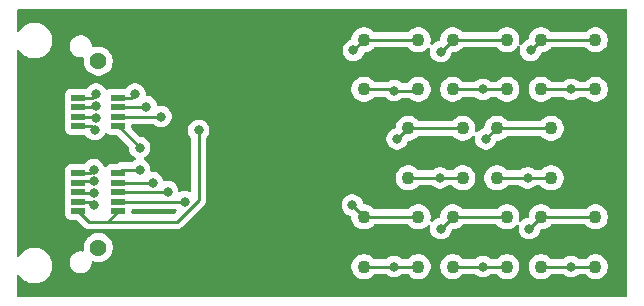
<source format=gbr>
%TF.GenerationSoftware,KiCad,Pcbnew,9.0.2*%
%TF.CreationDate,2025-05-27T11:43:51-07:00*%
%TF.ProjectId,8_6mSiPMs,385f366d-5369-4504-9d73-2e6b69636164,rev?*%
%TF.SameCoordinates,Original*%
%TF.FileFunction,Copper,L1,Top*%
%TF.FilePolarity,Positive*%
%FSLAX46Y46*%
G04 Gerber Fmt 4.6, Leading zero omitted, Abs format (unit mm)*
G04 Created by KiCad (PCBNEW 9.0.2) date 2025-05-27 11:43:51*
%MOMM*%
%LPD*%
G01*
G04 APERTURE LIST*
%TA.AperFunction,SMDPad,CuDef*%
%ADD10C,1.100000*%
%TD*%
%TA.AperFunction,SMDPad,CuDef*%
%ADD11R,1.200000X0.500000*%
%TD*%
%TA.AperFunction,ComponentPad*%
%ADD12C,1.431000*%
%TD*%
%TA.AperFunction,ViaPad*%
%ADD13C,0.800000*%
%TD*%
%TA.AperFunction,Conductor*%
%ADD14C,0.250000*%
%TD*%
G04 APERTURE END LIST*
D10*
%TO.P,REF\u002A\u002A10,1*%
%TO.N,2C*%
X168493198Y-98000000D03*
%TO.P,REF\u002A\u002A10,2*%
X163893198Y-98000000D03*
%TO.P,REF\u002A\u002A10,3*%
%TO.N,2A*%
X163893198Y-102200000D03*
%TO.P,REF\u002A\u002A10,4*%
X168493198Y-102200000D03*
%TD*%
D11*
%TO.P,J\u002A\u002A,1*%
%TO.N,0C*%
X124700000Y-102900000D03*
%TO.P,J\u002A\u002A,2*%
%TO.N,0A*%
X128100000Y-102900000D03*
%TO.P,J\u002A\u002A,3*%
%TO.N,1C*%
X124700000Y-103700000D03*
%TO.P,J\u002A\u002A,4*%
%TO.N,1A*%
X128100000Y-103700000D03*
%TO.P,J\u002A\u002A,5*%
%TO.N,2C*%
X124700000Y-104500000D03*
%TO.P,J\u002A\u002A,6*%
%TO.N,2A*%
X128100000Y-104500000D03*
%TO.P,J\u002A\u002A,7*%
%TO.N,3C*%
X124700000Y-105300000D03*
%TO.P,J\u002A\u002A,8*%
%TO.N,3A*%
X128100000Y-105300000D03*
%TO.P,J\u002A\u002A,9*%
%TO.N,4C*%
X124700000Y-109300000D03*
%TO.P,J\u002A\u002A,10*%
%TO.N,4A*%
X128100000Y-109300000D03*
%TO.P,J\u002A\u002A,11*%
%TO.N,5C*%
X124700000Y-110100000D03*
%TO.P,J\u002A\u002A,12*%
%TO.N,5A*%
X128100000Y-110100000D03*
%TO.P,J\u002A\u002A,13*%
%TO.N,6C*%
X124700000Y-110900000D03*
%TO.P,J\u002A\u002A,14*%
%TO.N,6A*%
X128100000Y-110900000D03*
%TO.P,J\u002A\u002A,15*%
%TO.N,7C*%
X124700000Y-111700000D03*
%TO.P,J\u002A\u002A,16*%
%TO.N,7A*%
X128100000Y-111700000D03*
%TO.P,J\u002A\u002A,17*%
%TO.N,GND*%
X124700000Y-112500000D03*
%TO.P,J\u002A\u002A,18*%
X128100000Y-112500000D03*
D12*
%TO.P,J\u002A\u002A,MH1*%
%TO.N,N/C*%
X126400000Y-99805000D03*
%TO.P,J\u002A\u002A,MH2*%
X126400000Y-115595000D03*
%TD*%
D10*
%TO.P,REF\u002A\u002A10,1*%
%TO.N,1C*%
X160993198Y-98000000D03*
%TO.P,REF\u002A\u002A10,2*%
X156393198Y-98000000D03*
%TO.P,REF\u002A\u002A10,3*%
%TO.N,1A*%
X156393198Y-102200000D03*
%TO.P,REF\u002A\u002A10,4*%
X160993198Y-102200000D03*
%TD*%
%TO.P,REF\u002A\u002A10,1*%
%TO.N,7C*%
X168493198Y-113000000D03*
%TO.P,REF\u002A\u002A10,2*%
X163893198Y-113000000D03*
%TO.P,REF\u002A\u002A10,3*%
%TO.N,7A*%
X163893198Y-117200000D03*
%TO.P,REF\u002A\u002A10,4*%
X168493198Y-117200000D03*
%TD*%
%TO.P,REF\u002A\u002A10,1*%
%TO.N,5C*%
X153493198Y-113000000D03*
%TO.P,REF\u002A\u002A10,2*%
X148893198Y-113000000D03*
%TO.P,REF\u002A\u002A10,3*%
%TO.N,5A*%
X148893198Y-117200000D03*
%TO.P,REF\u002A\u002A10,4*%
X153493198Y-117200000D03*
%TD*%
%TO.P,REF\u002A\u002A10,1*%
%TO.N,0C*%
X153493198Y-98000000D03*
%TO.P,REF\u002A\u002A10,2*%
X148893198Y-98000000D03*
%TO.P,REF\u002A\u002A10,3*%
%TO.N,0A*%
X148893198Y-102200000D03*
%TO.P,REF\u002A\u002A10,4*%
X153493198Y-102200000D03*
%TD*%
%TO.P,REF\u002A\u002A10,1*%
%TO.N,4C*%
X164743198Y-105500000D03*
%TO.P,REF\u002A\u002A10,2*%
X160143198Y-105500000D03*
%TO.P,REF\u002A\u002A10,3*%
%TO.N,4A*%
X160143198Y-109700000D03*
%TO.P,REF\u002A\u002A10,4*%
X164743198Y-109700000D03*
%TD*%
%TO.P,REF\u002A\u002A10,1*%
%TO.N,6C*%
X160993198Y-113000000D03*
%TO.P,REF\u002A\u002A10,2*%
X156393198Y-113000000D03*
%TO.P,REF\u002A\u002A10,3*%
%TO.N,6A*%
X156393198Y-117200000D03*
%TO.P,REF\u002A\u002A10,4*%
X160993198Y-117200000D03*
%TD*%
%TO.P,REF\u002A\u002A10,1*%
%TO.N,3C*%
X157243198Y-105500000D03*
%TO.P,REF\u002A\u002A10,2*%
X152643198Y-105500000D03*
%TO.P,REF\u002A\u002A10,3*%
%TO.N,3A*%
X152643198Y-109700000D03*
%TO.P,REF\u002A\u002A10,4*%
X157243198Y-109700000D03*
%TD*%
D13*
%TO.N,0A*%
X151443198Y-102300000D03*
X129500000Y-102600000D03*
%TO.N,0C*%
X126200000Y-102600000D03*
X147993198Y-98900000D03*
%TO.N,1C*%
X155393198Y-99000000D03*
X126200000Y-103600000D03*
%TO.N,1A*%
X158943198Y-102200000D03*
X130475306Y-103675305D03*
%TO.N,2C*%
X126200000Y-104600003D03*
X162993198Y-98900000D03*
%TO.N,2A*%
X131700611Y-104500611D03*
X166443198Y-102200000D03*
%TO.N,3A*%
X155343198Y-109700000D03*
X129900000Y-107125000D03*
%TO.N,3C*%
X151693198Y-106400000D03*
X126100000Y-105600000D03*
%TO.N,4A*%
X129900000Y-109000000D03*
X162743198Y-109700000D03*
%TO.N,4C*%
X126000000Y-109000000D03*
X159193198Y-106400000D03*
%TO.N,5A*%
X130999049Y-110099049D03*
X151443198Y-117200000D03*
%TO.N,5C*%
X147900000Y-112000000D03*
X126000000Y-110000003D03*
%TO.N,6A*%
X158943198Y-117200000D03*
X132277870Y-110870839D03*
%TO.N,6C*%
X126000000Y-111000006D03*
X155393198Y-114000000D03*
%TO.N,7A*%
X133712653Y-111712653D03*
X166443198Y-117200000D03*
%TO.N,7C*%
X162893198Y-114000000D03*
X126000000Y-112000009D03*
%TO.N,GND*%
X134900000Y-105675000D03*
%TD*%
D14*
%TO.N,0A*%
X151443198Y-102300000D02*
X153393198Y-102300000D01*
X129200000Y-102900000D02*
X129500000Y-102600000D01*
X151443198Y-102300000D02*
X151343198Y-102200000D01*
X151343198Y-102200000D02*
X148893198Y-102200000D01*
X128100000Y-102900000D02*
X129200000Y-102900000D01*
X153393198Y-102300000D02*
X153493198Y-102200000D01*
X148893198Y-102200000D02*
X148593198Y-102200000D01*
%TO.N,0C*%
X124700000Y-102900000D02*
X125900000Y-102900000D01*
X148893198Y-98000000D02*
X147993198Y-98900000D01*
X125900000Y-102900000D02*
X126200000Y-102600000D01*
X148893198Y-98000000D02*
X153493198Y-98000000D01*
%TO.N,1C*%
X126100000Y-103700000D02*
X126200000Y-103600000D01*
X156393198Y-98000000D02*
X160993198Y-98000000D01*
X156393198Y-98000000D02*
X155393198Y-99000000D01*
X124700000Y-103700000D02*
X126100000Y-103700000D01*
%TO.N,1A*%
X158943198Y-102200000D02*
X160993198Y-102200000D01*
X128124695Y-103675305D02*
X128100000Y-103700000D01*
X130475306Y-103675305D02*
X128124695Y-103675305D01*
X158943198Y-102200000D02*
X156393198Y-102200000D01*
%TO.N,2C*%
X163893198Y-98000000D02*
X162993198Y-98900000D01*
X163893198Y-98000000D02*
X168493198Y-98000000D01*
X124700000Y-104500000D02*
X126099997Y-104500000D01*
X126099997Y-104500000D02*
X126200000Y-104600003D01*
%TO.N,2A*%
X131700000Y-104500000D02*
X128100000Y-104500000D01*
X166443198Y-102200000D02*
X168493198Y-102200000D01*
X166443198Y-102200000D02*
X163893198Y-102200000D01*
X131700611Y-104500611D02*
X131700000Y-104500000D01*
%TO.N,3A*%
X129900000Y-107100000D02*
X128100000Y-105300000D01*
X155343198Y-109700000D02*
X157243198Y-109700000D01*
X129900000Y-107125000D02*
X129900000Y-107100000D01*
X155343198Y-109700000D02*
X152643198Y-109700000D01*
%TO.N,3C*%
X125800000Y-105300000D02*
X126100000Y-105600000D01*
X124700000Y-105300000D02*
X125800000Y-105300000D01*
X152593198Y-105500000D02*
X151693198Y-106400000D01*
X152643198Y-105500000D02*
X157243198Y-105500000D01*
X152643198Y-105500000D02*
X152593198Y-105500000D01*
%TO.N,4A*%
X128400000Y-109000000D02*
X128100000Y-109300000D01*
X162743198Y-109700000D02*
X160143198Y-109700000D01*
X162743198Y-109700000D02*
X164743198Y-109700000D01*
X129900000Y-109000000D02*
X128400000Y-109000000D01*
%TO.N,4C*%
X160143198Y-105500000D02*
X160093198Y-105500000D01*
X160093198Y-105500000D02*
X159193198Y-106400000D01*
X125700000Y-109300000D02*
X126000000Y-109000000D01*
X124700000Y-109300000D02*
X125700000Y-109300000D01*
X160143198Y-105500000D02*
X164743198Y-105500000D01*
%TO.N,5A*%
X151443198Y-117200000D02*
X148893198Y-117200000D01*
X151443198Y-117200000D02*
X153493198Y-117200000D01*
X130998098Y-110100000D02*
X128100000Y-110100000D01*
X130999049Y-110099049D02*
X130998098Y-110100000D01*
%TO.N,5C*%
X124799997Y-110000003D02*
X124700000Y-110100000D01*
X148893198Y-112993198D02*
X147900000Y-112000000D01*
X148893198Y-113000000D02*
X153493198Y-113000000D01*
X148893198Y-113000000D02*
X148893198Y-112993198D01*
X126000000Y-110000003D02*
X124799997Y-110000003D01*
%TO.N,6A*%
X158943198Y-117200000D02*
X156393198Y-117200000D01*
X158943198Y-117200000D02*
X160993198Y-117200000D01*
X132277870Y-110870839D02*
X132248709Y-110900000D01*
X132248709Y-110900000D02*
X128100000Y-110900000D01*
%TO.N,6C*%
X124800006Y-111000006D02*
X124700000Y-110900000D01*
X156393198Y-113000000D02*
X155393198Y-114000000D01*
X126000000Y-111000006D02*
X124800006Y-111000006D01*
X156393198Y-113000000D02*
X160993198Y-113000000D01*
%TO.N,7A*%
X133712653Y-111712653D02*
X133700000Y-111700000D01*
X166443198Y-117200000D02*
X168493198Y-117200000D01*
X166443198Y-117200000D02*
X163893198Y-117200000D01*
X133700000Y-111700000D02*
X128100000Y-111700000D01*
%TO.N,7C*%
X125699991Y-111700000D02*
X124700000Y-111700000D01*
X163893198Y-113000000D02*
X168493198Y-113000000D01*
X163893198Y-113000000D02*
X162893198Y-114000000D01*
X126000000Y-112000009D02*
X125699991Y-111700000D01*
%TO.N,GND*%
X126400000Y-113400000D02*
X127200000Y-113400000D01*
X134900000Y-105675000D02*
X134900000Y-111550611D01*
X134900000Y-111550611D02*
X133050611Y-113400000D01*
X133050611Y-113400000D02*
X127200000Y-113400000D01*
X124700000Y-112500000D02*
X125600000Y-113400000D01*
X125600000Y-113400000D02*
X126400000Y-113400000D01*
X127200000Y-113400000D02*
X128100000Y-112500000D01*
%TD*%
%TA.AperFunction,NonConductor*%
G36*
X171142539Y-95420185D02*
G01*
X171188294Y-95472989D01*
X171199500Y-95524500D01*
X171199500Y-119675500D01*
X171179815Y-119742539D01*
X171127011Y-119788294D01*
X171075500Y-119799500D01*
X119624500Y-119799500D01*
X119557461Y-119779815D01*
X119511706Y-119727011D01*
X119500500Y-119675500D01*
X119500500Y-117995551D01*
X119520185Y-117928512D01*
X119572989Y-117882757D01*
X119642147Y-117872813D01*
X119705703Y-117901838D01*
X119724815Y-117922662D01*
X119855483Y-118102510D01*
X120022490Y-118269517D01*
X120213567Y-118408343D01*
X120312991Y-118459002D01*
X120424003Y-118515566D01*
X120424005Y-118515566D01*
X120424008Y-118515568D01*
X120544412Y-118554689D01*
X120648631Y-118588553D01*
X120881903Y-118625500D01*
X120881908Y-118625500D01*
X121118097Y-118625500D01*
X121351368Y-118588553D01*
X121575992Y-118515568D01*
X121786433Y-118408343D01*
X121977510Y-118269517D01*
X122144517Y-118102510D01*
X122283343Y-117911433D01*
X122390568Y-117700992D01*
X122463553Y-117476368D01*
X122470109Y-117434975D01*
X122500500Y-117243097D01*
X122500500Y-117006902D01*
X122489295Y-116936156D01*
X123974499Y-116936156D01*
X124010065Y-117114952D01*
X124010068Y-117114962D01*
X124079831Y-117283387D01*
X124079833Y-117283391D01*
X124181113Y-117434967D01*
X124181119Y-117434975D01*
X124310024Y-117563880D01*
X124310032Y-117563886D01*
X124461608Y-117665166D01*
X124461612Y-117665168D01*
X124630037Y-117734931D01*
X124630042Y-117734933D01*
X124630046Y-117734933D01*
X124630047Y-117734934D01*
X124808843Y-117770500D01*
X124808846Y-117770500D01*
X124991156Y-117770500D01*
X125111445Y-117746572D01*
X125169958Y-117734933D01*
X125338389Y-117665167D01*
X125338391Y-117665166D01*
X125456156Y-117586478D01*
X125489972Y-117563883D01*
X125618883Y-117434972D01*
X125720167Y-117283389D01*
X125736859Y-117243092D01*
X125789931Y-117114962D01*
X125789933Y-117114958D01*
X125793755Y-117095742D01*
X147834698Y-117095742D01*
X147834698Y-117304257D01*
X147875373Y-117508745D01*
X147875375Y-117508753D01*
X147955165Y-117701385D01*
X147955170Y-117701394D01*
X148071006Y-117874754D01*
X148071009Y-117874758D01*
X148218439Y-118022188D01*
X148218443Y-118022191D01*
X148391803Y-118138027D01*
X148391809Y-118138030D01*
X148391810Y-118138031D01*
X148584445Y-118217823D01*
X148788940Y-118258499D01*
X148788944Y-118258500D01*
X148788945Y-118258500D01*
X148997452Y-118258500D01*
X148997453Y-118258499D01*
X149201951Y-118217823D01*
X149394586Y-118138031D01*
X149567953Y-118022191D01*
X149594593Y-117995551D01*
X149719697Y-117870448D01*
X149721586Y-117872337D01*
X149769763Y-117839508D01*
X149807894Y-117833500D01*
X150740523Y-117833500D01*
X150807562Y-117853185D01*
X150828205Y-117869820D01*
X150864059Y-117905675D01*
X150864063Y-117905678D01*
X151012855Y-118005098D01*
X151012859Y-118005100D01*
X151012862Y-118005102D01*
X151178198Y-118073587D01*
X151323605Y-118102510D01*
X151353714Y-118108499D01*
X151353718Y-118108500D01*
X151353719Y-118108500D01*
X151532678Y-118108500D01*
X151532679Y-118108499D01*
X151708198Y-118073587D01*
X151873534Y-118005102D01*
X152022333Y-117905678D01*
X152058191Y-117869820D01*
X152119513Y-117836334D01*
X152145873Y-117833500D01*
X152578502Y-117833500D01*
X152645541Y-117853185D01*
X152665865Y-117871281D01*
X152666699Y-117870448D01*
X152818439Y-118022188D01*
X152818443Y-118022191D01*
X152991803Y-118138027D01*
X152991809Y-118138030D01*
X152991810Y-118138031D01*
X153184445Y-118217823D01*
X153388940Y-118258499D01*
X153388944Y-118258500D01*
X153388945Y-118258500D01*
X153597452Y-118258500D01*
X153597453Y-118258499D01*
X153801951Y-118217823D01*
X153994586Y-118138031D01*
X154167953Y-118022191D01*
X154315389Y-117874755D01*
X154431229Y-117701388D01*
X154511021Y-117508753D01*
X154551698Y-117304253D01*
X154551698Y-117095747D01*
X154551697Y-117095742D01*
X155334698Y-117095742D01*
X155334698Y-117304257D01*
X155375373Y-117508745D01*
X155375375Y-117508753D01*
X155455165Y-117701385D01*
X155455170Y-117701394D01*
X155571006Y-117874754D01*
X155571009Y-117874758D01*
X155718439Y-118022188D01*
X155718443Y-118022191D01*
X155891803Y-118138027D01*
X155891809Y-118138030D01*
X155891810Y-118138031D01*
X156084445Y-118217823D01*
X156288940Y-118258499D01*
X156288944Y-118258500D01*
X156288945Y-118258500D01*
X156497452Y-118258500D01*
X156497453Y-118258499D01*
X156701951Y-118217823D01*
X156894586Y-118138031D01*
X157067953Y-118022191D01*
X157094593Y-117995551D01*
X157219697Y-117870448D01*
X157221586Y-117872337D01*
X157269763Y-117839508D01*
X157307894Y-117833500D01*
X158240523Y-117833500D01*
X158307562Y-117853185D01*
X158328205Y-117869820D01*
X158364059Y-117905675D01*
X158364063Y-117905678D01*
X158512855Y-118005098D01*
X158512859Y-118005100D01*
X158512862Y-118005102D01*
X158678198Y-118073587D01*
X158823605Y-118102510D01*
X158853714Y-118108499D01*
X158853718Y-118108500D01*
X158853719Y-118108500D01*
X159032678Y-118108500D01*
X159032679Y-118108499D01*
X159208198Y-118073587D01*
X159373534Y-118005102D01*
X159522333Y-117905678D01*
X159558191Y-117869820D01*
X159619513Y-117836334D01*
X159645873Y-117833500D01*
X160078502Y-117833500D01*
X160145541Y-117853185D01*
X160165865Y-117871281D01*
X160166699Y-117870448D01*
X160318439Y-118022188D01*
X160318443Y-118022191D01*
X160491803Y-118138027D01*
X160491809Y-118138030D01*
X160491810Y-118138031D01*
X160684445Y-118217823D01*
X160888940Y-118258499D01*
X160888944Y-118258500D01*
X160888945Y-118258500D01*
X161097452Y-118258500D01*
X161097453Y-118258499D01*
X161301951Y-118217823D01*
X161494586Y-118138031D01*
X161667953Y-118022191D01*
X161815389Y-117874755D01*
X161931229Y-117701388D01*
X162011021Y-117508753D01*
X162051698Y-117304253D01*
X162051698Y-117095747D01*
X162051697Y-117095742D01*
X162834698Y-117095742D01*
X162834698Y-117304257D01*
X162875373Y-117508745D01*
X162875375Y-117508753D01*
X162955165Y-117701385D01*
X162955170Y-117701394D01*
X163071006Y-117874754D01*
X163071009Y-117874758D01*
X163218439Y-118022188D01*
X163218443Y-118022191D01*
X163391803Y-118138027D01*
X163391809Y-118138030D01*
X163391810Y-118138031D01*
X163584445Y-118217823D01*
X163788940Y-118258499D01*
X163788944Y-118258500D01*
X163788945Y-118258500D01*
X163997452Y-118258500D01*
X163997453Y-118258499D01*
X164201951Y-118217823D01*
X164394586Y-118138031D01*
X164567953Y-118022191D01*
X164594593Y-117995551D01*
X164719697Y-117870448D01*
X164721586Y-117872337D01*
X164769763Y-117839508D01*
X164807894Y-117833500D01*
X165740523Y-117833500D01*
X165807562Y-117853185D01*
X165828205Y-117869820D01*
X165864059Y-117905675D01*
X165864063Y-117905678D01*
X166012855Y-118005098D01*
X166012859Y-118005100D01*
X166012862Y-118005102D01*
X166178198Y-118073587D01*
X166323605Y-118102510D01*
X166353714Y-118108499D01*
X166353718Y-118108500D01*
X166353719Y-118108500D01*
X166532678Y-118108500D01*
X166532679Y-118108499D01*
X166708198Y-118073587D01*
X166873534Y-118005102D01*
X167022333Y-117905678D01*
X167058191Y-117869820D01*
X167119513Y-117836334D01*
X167145873Y-117833500D01*
X167578502Y-117833500D01*
X167645541Y-117853185D01*
X167665865Y-117871281D01*
X167666699Y-117870448D01*
X167818439Y-118022188D01*
X167818443Y-118022191D01*
X167991803Y-118138027D01*
X167991809Y-118138030D01*
X167991810Y-118138031D01*
X168184445Y-118217823D01*
X168388940Y-118258499D01*
X168388944Y-118258500D01*
X168388945Y-118258500D01*
X168597452Y-118258500D01*
X168597453Y-118258499D01*
X168801951Y-118217823D01*
X168994586Y-118138031D01*
X169167953Y-118022191D01*
X169315389Y-117874755D01*
X169431229Y-117701388D01*
X169511021Y-117508753D01*
X169551698Y-117304253D01*
X169551698Y-117095747D01*
X169511021Y-116891247D01*
X169431229Y-116698612D01*
X169431228Y-116698611D01*
X169431225Y-116698605D01*
X169315389Y-116525245D01*
X169315386Y-116525241D01*
X169167956Y-116377811D01*
X169167952Y-116377808D01*
X168994592Y-116261972D01*
X168994583Y-116261967D01*
X168801951Y-116182177D01*
X168801943Y-116182175D01*
X168597455Y-116141500D01*
X168597451Y-116141500D01*
X168388945Y-116141500D01*
X168388940Y-116141500D01*
X168184452Y-116182175D01*
X168184444Y-116182177D01*
X167991812Y-116261967D01*
X167991803Y-116261972D01*
X167818443Y-116377808D01*
X167818439Y-116377811D01*
X167666699Y-116529552D01*
X167664809Y-116527662D01*
X167616633Y-116560492D01*
X167578502Y-116566500D01*
X167145873Y-116566500D01*
X167078834Y-116546815D01*
X167058191Y-116530180D01*
X167022336Y-116494324D01*
X167022332Y-116494321D01*
X166873540Y-116394901D01*
X166873530Y-116394896D01*
X166708198Y-116326413D01*
X166708190Y-116326411D01*
X166532681Y-116291500D01*
X166532677Y-116291500D01*
X166353719Y-116291500D01*
X166353714Y-116291500D01*
X166178205Y-116326411D01*
X166178197Y-116326413D01*
X166012865Y-116394896D01*
X166012855Y-116394901D01*
X165864063Y-116494321D01*
X165864059Y-116494324D01*
X165828205Y-116530180D01*
X165766883Y-116563666D01*
X165740523Y-116566500D01*
X164807894Y-116566500D01*
X164740855Y-116546815D01*
X164720530Y-116528718D01*
X164719697Y-116529552D01*
X164567956Y-116377811D01*
X164567952Y-116377808D01*
X164394592Y-116261972D01*
X164394583Y-116261967D01*
X164201951Y-116182177D01*
X164201943Y-116182175D01*
X163997455Y-116141500D01*
X163997451Y-116141500D01*
X163788945Y-116141500D01*
X163788940Y-116141500D01*
X163584452Y-116182175D01*
X163584444Y-116182177D01*
X163391812Y-116261967D01*
X163391803Y-116261972D01*
X163218443Y-116377808D01*
X163218439Y-116377811D01*
X163071009Y-116525241D01*
X163071006Y-116525245D01*
X162955170Y-116698605D01*
X162955165Y-116698614D01*
X162875375Y-116891246D01*
X162875373Y-116891254D01*
X162834698Y-117095742D01*
X162051697Y-117095742D01*
X162011021Y-116891247D01*
X161931229Y-116698612D01*
X161931228Y-116698611D01*
X161931225Y-116698605D01*
X161815389Y-116525245D01*
X161815386Y-116525241D01*
X161667956Y-116377811D01*
X161667952Y-116377808D01*
X161494592Y-116261972D01*
X161494583Y-116261967D01*
X161301951Y-116182177D01*
X161301943Y-116182175D01*
X161097455Y-116141500D01*
X161097451Y-116141500D01*
X160888945Y-116141500D01*
X160888940Y-116141500D01*
X160684452Y-116182175D01*
X160684444Y-116182177D01*
X160491812Y-116261967D01*
X160491803Y-116261972D01*
X160318443Y-116377808D01*
X160318439Y-116377811D01*
X160166699Y-116529552D01*
X160164809Y-116527662D01*
X160116633Y-116560492D01*
X160078502Y-116566500D01*
X159645873Y-116566500D01*
X159578834Y-116546815D01*
X159558191Y-116530180D01*
X159522336Y-116494324D01*
X159522332Y-116494321D01*
X159373540Y-116394901D01*
X159373530Y-116394896D01*
X159208198Y-116326413D01*
X159208190Y-116326411D01*
X159032681Y-116291500D01*
X159032677Y-116291500D01*
X158853719Y-116291500D01*
X158853714Y-116291500D01*
X158678205Y-116326411D01*
X158678197Y-116326413D01*
X158512865Y-116394896D01*
X158512855Y-116394901D01*
X158364063Y-116494321D01*
X158364059Y-116494324D01*
X158328205Y-116530180D01*
X158266883Y-116563666D01*
X158240523Y-116566500D01*
X157307894Y-116566500D01*
X157240855Y-116546815D01*
X157220530Y-116528718D01*
X157219697Y-116529552D01*
X157067956Y-116377811D01*
X157067952Y-116377808D01*
X156894592Y-116261972D01*
X156894583Y-116261967D01*
X156701951Y-116182177D01*
X156701943Y-116182175D01*
X156497455Y-116141500D01*
X156497451Y-116141500D01*
X156288945Y-116141500D01*
X156288940Y-116141500D01*
X156084452Y-116182175D01*
X156084444Y-116182177D01*
X155891812Y-116261967D01*
X155891803Y-116261972D01*
X155718443Y-116377808D01*
X155718439Y-116377811D01*
X155571009Y-116525241D01*
X155571006Y-116525245D01*
X155455170Y-116698605D01*
X155455165Y-116698614D01*
X155375375Y-116891246D01*
X155375373Y-116891254D01*
X155334698Y-117095742D01*
X154551697Y-117095742D01*
X154511021Y-116891247D01*
X154431229Y-116698612D01*
X154431228Y-116698611D01*
X154431225Y-116698605D01*
X154315389Y-116525245D01*
X154315386Y-116525241D01*
X154167956Y-116377811D01*
X154167952Y-116377808D01*
X153994592Y-116261972D01*
X153994583Y-116261967D01*
X153801951Y-116182177D01*
X153801943Y-116182175D01*
X153597455Y-116141500D01*
X153597451Y-116141500D01*
X153388945Y-116141500D01*
X153388940Y-116141500D01*
X153184452Y-116182175D01*
X153184444Y-116182177D01*
X152991812Y-116261967D01*
X152991803Y-116261972D01*
X152818443Y-116377808D01*
X152818439Y-116377811D01*
X152666699Y-116529552D01*
X152664809Y-116527662D01*
X152616633Y-116560492D01*
X152578502Y-116566500D01*
X152145873Y-116566500D01*
X152078834Y-116546815D01*
X152058191Y-116530180D01*
X152022336Y-116494324D01*
X152022332Y-116494321D01*
X151873540Y-116394901D01*
X151873530Y-116394896D01*
X151708198Y-116326413D01*
X151708190Y-116326411D01*
X151532681Y-116291500D01*
X151532677Y-116291500D01*
X151353719Y-116291500D01*
X151353714Y-116291500D01*
X151178205Y-116326411D01*
X151178197Y-116326413D01*
X151012865Y-116394896D01*
X151012855Y-116394901D01*
X150864063Y-116494321D01*
X150864059Y-116494324D01*
X150828205Y-116530180D01*
X150766883Y-116563666D01*
X150740523Y-116566500D01*
X149807894Y-116566500D01*
X149740855Y-116546815D01*
X149720530Y-116528718D01*
X149719697Y-116529552D01*
X149567956Y-116377811D01*
X149567952Y-116377808D01*
X149394592Y-116261972D01*
X149394583Y-116261967D01*
X149201951Y-116182177D01*
X149201943Y-116182175D01*
X148997455Y-116141500D01*
X148997451Y-116141500D01*
X148788945Y-116141500D01*
X148788940Y-116141500D01*
X148584452Y-116182175D01*
X148584444Y-116182177D01*
X148391812Y-116261967D01*
X148391803Y-116261972D01*
X148218443Y-116377808D01*
X148218439Y-116377811D01*
X148071009Y-116525241D01*
X148071006Y-116525245D01*
X147955170Y-116698605D01*
X147955165Y-116698614D01*
X147875375Y-116891246D01*
X147875373Y-116891254D01*
X147834698Y-117095742D01*
X125793755Y-117095742D01*
X125825500Y-116936154D01*
X125825500Y-116858229D01*
X125826467Y-116850534D01*
X125837441Y-116825325D01*
X125845185Y-116798955D01*
X125851186Y-116793754D01*
X125854357Y-116786472D01*
X125877216Y-116771199D01*
X125897989Y-116753200D01*
X125905849Y-116752069D01*
X125912453Y-116747658D01*
X125939935Y-116747168D01*
X125967147Y-116743256D01*
X125980839Y-116746440D01*
X125982312Y-116746414D01*
X125983268Y-116747005D01*
X125987812Y-116748061D01*
X126113379Y-116788861D01*
X126303669Y-116819000D01*
X126303670Y-116819000D01*
X126496330Y-116819000D01*
X126496331Y-116819000D01*
X126686621Y-116788861D01*
X126869853Y-116729325D01*
X127041516Y-116641859D01*
X127197383Y-116528615D01*
X127333615Y-116392383D01*
X127446859Y-116236516D01*
X127534325Y-116064853D01*
X127593861Y-115881621D01*
X127624000Y-115691331D01*
X127624000Y-115498669D01*
X127593861Y-115308379D01*
X127534325Y-115125147D01*
X127446859Y-114953484D01*
X127333615Y-114797617D01*
X127197383Y-114661385D01*
X127041516Y-114548141D01*
X126869853Y-114460675D01*
X126686621Y-114401139D01*
X126686619Y-114401138D01*
X126686618Y-114401138D01*
X126540442Y-114377986D01*
X126496331Y-114371000D01*
X126303669Y-114371000D01*
X126267859Y-114376671D01*
X126113381Y-114401138D01*
X125930144Y-114460676D01*
X125758483Y-114548141D01*
X125715824Y-114579135D01*
X125602617Y-114661385D01*
X125602615Y-114661387D01*
X125602614Y-114661387D01*
X125466387Y-114797614D01*
X125466387Y-114797615D01*
X125466385Y-114797617D01*
X125417750Y-114864556D01*
X125353141Y-114953483D01*
X125265676Y-115125144D01*
X125206138Y-115308381D01*
X125176000Y-115498669D01*
X125176000Y-115691331D01*
X125182827Y-115734432D01*
X125191495Y-115789162D01*
X125182539Y-115858456D01*
X125137542Y-115911907D01*
X125070791Y-115932546D01*
X125044830Y-115930176D01*
X124991158Y-115919500D01*
X124991154Y-115919500D01*
X124808846Y-115919500D01*
X124808844Y-115919500D01*
X124630047Y-115955065D01*
X124630037Y-115955068D01*
X124461612Y-116024831D01*
X124461608Y-116024833D01*
X124310032Y-116126113D01*
X124310024Y-116126119D01*
X124181119Y-116255024D01*
X124181113Y-116255032D01*
X124079833Y-116406608D01*
X124079831Y-116406612D01*
X124010068Y-116575037D01*
X124010065Y-116575047D01*
X123974500Y-116753843D01*
X123974500Y-116753846D01*
X123974500Y-116936154D01*
X123974500Y-116936156D01*
X123974499Y-116936156D01*
X122489295Y-116936156D01*
X122463553Y-116773631D01*
X122416810Y-116629773D01*
X122390568Y-116549008D01*
X122390566Y-116549005D01*
X122390566Y-116549003D01*
X122334002Y-116437991D01*
X122283343Y-116338567D01*
X122144517Y-116147490D01*
X121977510Y-115980483D01*
X121786433Y-115841657D01*
X121575996Y-115734433D01*
X121351368Y-115661446D01*
X121118097Y-115624500D01*
X121118092Y-115624500D01*
X120881908Y-115624500D01*
X120881903Y-115624500D01*
X120648631Y-115661446D01*
X120424003Y-115734433D01*
X120213566Y-115841657D01*
X120158561Y-115881621D01*
X120022490Y-115980483D01*
X120022488Y-115980485D01*
X120022487Y-115980485D01*
X119855485Y-116147487D01*
X119855485Y-116147488D01*
X119855483Y-116147490D01*
X119790802Y-116236516D01*
X119724818Y-116327334D01*
X119669488Y-116369999D01*
X119599874Y-116375978D01*
X119538079Y-116343372D01*
X119503722Y-116282533D01*
X119500500Y-116254448D01*
X119500500Y-102601345D01*
X123591500Y-102601345D01*
X123591500Y-103198654D01*
X123598010Y-103259197D01*
X123599796Y-103266755D01*
X123597822Y-103267221D01*
X123602046Y-103326374D01*
X123598839Y-103337291D01*
X123598010Y-103340802D01*
X123591500Y-103401345D01*
X123591500Y-103998654D01*
X123598010Y-104059197D01*
X123599796Y-104066755D01*
X123597822Y-104067221D01*
X123602046Y-104126374D01*
X123598839Y-104137291D01*
X123598010Y-104140802D01*
X123591500Y-104201345D01*
X123591500Y-104798654D01*
X123598010Y-104859197D01*
X123599796Y-104866755D01*
X123597822Y-104867221D01*
X123602046Y-104926374D01*
X123598839Y-104937291D01*
X123598010Y-104940802D01*
X123591500Y-105001345D01*
X123591500Y-105598654D01*
X123598011Y-105659202D01*
X123598011Y-105659204D01*
X123649111Y-105796204D01*
X123736739Y-105913261D01*
X123853796Y-106000889D01*
X123990799Y-106051989D01*
X124018050Y-106054918D01*
X124051345Y-106058499D01*
X124051362Y-106058500D01*
X125247437Y-106058500D01*
X125314476Y-106078185D01*
X125350539Y-106113609D01*
X125394323Y-106179137D01*
X125520861Y-106305675D01*
X125520865Y-106305678D01*
X125669657Y-106405098D01*
X125669661Y-106405100D01*
X125669664Y-106405102D01*
X125835000Y-106473587D01*
X126010516Y-106508499D01*
X126010520Y-106508500D01*
X126010521Y-106508500D01*
X126189480Y-106508500D01*
X126189481Y-106508499D01*
X126365000Y-106473587D01*
X126530336Y-106405102D01*
X126679135Y-106305678D01*
X126805678Y-106179135D01*
X126905102Y-106030336D01*
X126936221Y-105955207D01*
X126980059Y-105900809D01*
X127046353Y-105878743D01*
X127114052Y-105896022D01*
X127129552Y-105908062D01*
X127129640Y-105907946D01*
X127136737Y-105913259D01*
X127136739Y-105913261D01*
X127253796Y-106000889D01*
X127390799Y-106051989D01*
X127418050Y-106054918D01*
X127451345Y-106058499D01*
X127451362Y-106058500D01*
X127911234Y-106058500D01*
X127978273Y-106078185D01*
X127998915Y-106094819D01*
X128955181Y-107051085D01*
X128988666Y-107112408D01*
X128991500Y-107138766D01*
X128991500Y-107214483D01*
X129026411Y-107389992D01*
X129026413Y-107390000D01*
X129094896Y-107555332D01*
X129094901Y-107555342D01*
X129194321Y-107704134D01*
X129194324Y-107704138D01*
X129320861Y-107830675D01*
X129320865Y-107830678D01*
X129469657Y-107930098D01*
X129469661Y-107930100D01*
X129469664Y-107930102D01*
X129485999Y-107936868D01*
X129512725Y-107947939D01*
X129567129Y-107991781D01*
X129589193Y-108058075D01*
X129571913Y-108125774D01*
X129520776Y-108173384D01*
X129512725Y-108177061D01*
X129469667Y-108194896D01*
X129469657Y-108194901D01*
X129320865Y-108294321D01*
X129320861Y-108294324D01*
X129285007Y-108330180D01*
X129223685Y-108363666D01*
X129197325Y-108366500D01*
X128337601Y-108366500D01*
X128215222Y-108390843D01*
X128215214Y-108390845D01*
X128099927Y-108438598D01*
X128099918Y-108438603D01*
X127996167Y-108507928D01*
X127991457Y-108511794D01*
X127990016Y-108510039D01*
X127937591Y-108538666D01*
X127911233Y-108541500D01*
X127451345Y-108541500D01*
X127390797Y-108548011D01*
X127390795Y-108548011D01*
X127253795Y-108599111D01*
X127136738Y-108686739D01*
X127084952Y-108755917D01*
X127029018Y-108797787D01*
X126959326Y-108802771D01*
X126898004Y-108769285D01*
X126871126Y-108729060D01*
X126805102Y-108569664D01*
X126805101Y-108569663D01*
X126805098Y-108569657D01*
X126705678Y-108420865D01*
X126705675Y-108420861D01*
X126579138Y-108294324D01*
X126579134Y-108294321D01*
X126430342Y-108194901D01*
X126430332Y-108194896D01*
X126265000Y-108126413D01*
X126264992Y-108126411D01*
X126089483Y-108091500D01*
X126089479Y-108091500D01*
X125910521Y-108091500D01*
X125910516Y-108091500D01*
X125735007Y-108126411D01*
X125734999Y-108126413D01*
X125569667Y-108194896D01*
X125569657Y-108194901D01*
X125420865Y-108294321D01*
X125420861Y-108294324D01*
X125294323Y-108420862D01*
X125250539Y-108486391D01*
X125196927Y-108531196D01*
X125147437Y-108541500D01*
X124051345Y-108541500D01*
X123990797Y-108548011D01*
X123990795Y-108548011D01*
X123853795Y-108599111D01*
X123736739Y-108686739D01*
X123649111Y-108803795D01*
X123598011Y-108940795D01*
X123598011Y-108940797D01*
X123591500Y-109001345D01*
X123591500Y-109598654D01*
X123598010Y-109659197D01*
X123599796Y-109666755D01*
X123597822Y-109667221D01*
X123602046Y-109726374D01*
X123598839Y-109737291D01*
X123598010Y-109740802D01*
X123591500Y-109801345D01*
X123591500Y-110398654D01*
X123598010Y-110459197D01*
X123599796Y-110466755D01*
X123597822Y-110467221D01*
X123602046Y-110526374D01*
X123598839Y-110537291D01*
X123598010Y-110540802D01*
X123591500Y-110601345D01*
X123591500Y-111198654D01*
X123598010Y-111259197D01*
X123599796Y-111266755D01*
X123597822Y-111267221D01*
X123602046Y-111326374D01*
X123598839Y-111337291D01*
X123598010Y-111340802D01*
X123591500Y-111401345D01*
X123591500Y-111998654D01*
X123598010Y-112059197D01*
X123599796Y-112066755D01*
X123597822Y-112067221D01*
X123602046Y-112126374D01*
X123598839Y-112137291D01*
X123598010Y-112140802D01*
X123591500Y-112201345D01*
X123591500Y-112798654D01*
X123598011Y-112859202D01*
X123598011Y-112859204D01*
X123622866Y-112925840D01*
X123649111Y-112996204D01*
X123736739Y-113113261D01*
X123853796Y-113200889D01*
X123990799Y-113251989D01*
X124018050Y-113254918D01*
X124051345Y-113258499D01*
X124051362Y-113258500D01*
X124511234Y-113258500D01*
X124578273Y-113278185D01*
X124598915Y-113294819D01*
X125107929Y-113803833D01*
X125196164Y-113892068D01*
X125196168Y-113892072D01*
X125299918Y-113961396D01*
X125299924Y-113961399D01*
X125299925Y-113961400D01*
X125415215Y-114009155D01*
X125537601Y-114033499D01*
X125537605Y-114033500D01*
X125537606Y-114033500D01*
X133113006Y-114033500D01*
X133113007Y-114033499D01*
X133235396Y-114009155D01*
X133350686Y-113961400D01*
X133454444Y-113892071D01*
X135392071Y-111954444D01*
X135421423Y-111910516D01*
X146991500Y-111910516D01*
X146991500Y-112089483D01*
X147026411Y-112264992D01*
X147026413Y-112265000D01*
X147094896Y-112430332D01*
X147094901Y-112430342D01*
X147194321Y-112579134D01*
X147194324Y-112579138D01*
X147320861Y-112705675D01*
X147320865Y-112705678D01*
X147469657Y-112805098D01*
X147469661Y-112805100D01*
X147469664Y-112805102D01*
X147635000Y-112873587D01*
X147734890Y-112893456D01*
X147796800Y-112925840D01*
X147831374Y-112986556D01*
X147834698Y-113015073D01*
X147834698Y-113104257D01*
X147875373Y-113308745D01*
X147875375Y-113308753D01*
X147955165Y-113501385D01*
X147955170Y-113501394D01*
X148071006Y-113674754D01*
X148071009Y-113674758D01*
X148218439Y-113822188D01*
X148218443Y-113822191D01*
X148391803Y-113938027D01*
X148391809Y-113938030D01*
X148391810Y-113938031D01*
X148584445Y-114017823D01*
X148788940Y-114058499D01*
X148788944Y-114058500D01*
X148788945Y-114058500D01*
X148997452Y-114058500D01*
X148997453Y-114058499D01*
X149201951Y-114017823D01*
X149394586Y-113938031D01*
X149567953Y-113822191D01*
X149617398Y-113772746D01*
X149719697Y-113670448D01*
X149721586Y-113672337D01*
X149769763Y-113639508D01*
X149807894Y-113633500D01*
X152578502Y-113633500D01*
X152645541Y-113653185D01*
X152665865Y-113671281D01*
X152666699Y-113670448D01*
X152818439Y-113822188D01*
X152818443Y-113822191D01*
X152991803Y-113938027D01*
X152991809Y-113938030D01*
X152991810Y-113938031D01*
X153184445Y-114017823D01*
X153388940Y-114058499D01*
X153388944Y-114058500D01*
X153388945Y-114058500D01*
X153597452Y-114058500D01*
X153597453Y-114058499D01*
X153801951Y-114017823D01*
X153994586Y-113938031D01*
X154167953Y-113822191D01*
X154296233Y-113693910D01*
X154357554Y-113660427D01*
X154427246Y-113665411D01*
X154483180Y-113707282D01*
X154507597Y-113772746D01*
X154505531Y-113805783D01*
X154490577Y-113880963D01*
X154488369Y-113892068D01*
X154484698Y-113910522D01*
X154484698Y-114089483D01*
X154519609Y-114264992D01*
X154519611Y-114265000D01*
X154588094Y-114430332D01*
X154588099Y-114430342D01*
X154687519Y-114579134D01*
X154687522Y-114579138D01*
X154814059Y-114705675D01*
X154814063Y-114705678D01*
X154962855Y-114805098D01*
X154962859Y-114805100D01*
X154962862Y-114805102D01*
X155128198Y-114873587D01*
X155303714Y-114908499D01*
X155303718Y-114908500D01*
X155303719Y-114908500D01*
X155482678Y-114908500D01*
X155482679Y-114908499D01*
X155658198Y-114873587D01*
X155823534Y-114805102D01*
X155972333Y-114705678D01*
X156098876Y-114579135D01*
X156198300Y-114430336D01*
X156266785Y-114265000D01*
X156288007Y-114158305D01*
X156320391Y-114096398D01*
X156381107Y-114061824D01*
X156409624Y-114058500D01*
X156497452Y-114058500D01*
X156497453Y-114058499D01*
X156701951Y-114017823D01*
X156894586Y-113938031D01*
X157067953Y-113822191D01*
X157117398Y-113772746D01*
X157219697Y-113670448D01*
X157221586Y-113672337D01*
X157269763Y-113639508D01*
X157307894Y-113633500D01*
X160078502Y-113633500D01*
X160145541Y-113653185D01*
X160165865Y-113671281D01*
X160166699Y-113670448D01*
X160318439Y-113822188D01*
X160318443Y-113822191D01*
X160491803Y-113938027D01*
X160491809Y-113938030D01*
X160491810Y-113938031D01*
X160684445Y-114017823D01*
X160888940Y-114058499D01*
X160888944Y-114058500D01*
X160888945Y-114058500D01*
X161097452Y-114058500D01*
X161097453Y-114058499D01*
X161301951Y-114017823D01*
X161494586Y-113938031D01*
X161667953Y-113822191D01*
X161796233Y-113693910D01*
X161857554Y-113660427D01*
X161927246Y-113665411D01*
X161983180Y-113707282D01*
X162007597Y-113772746D01*
X162005531Y-113805783D01*
X161990577Y-113880963D01*
X161988369Y-113892068D01*
X161984698Y-113910522D01*
X161984698Y-114089483D01*
X162019609Y-114264992D01*
X162019611Y-114265000D01*
X162088094Y-114430332D01*
X162088099Y-114430342D01*
X162187519Y-114579134D01*
X162187522Y-114579138D01*
X162314059Y-114705675D01*
X162314063Y-114705678D01*
X162462855Y-114805098D01*
X162462859Y-114805100D01*
X162462862Y-114805102D01*
X162628198Y-114873587D01*
X162803714Y-114908499D01*
X162803718Y-114908500D01*
X162803719Y-114908500D01*
X162982678Y-114908500D01*
X162982679Y-114908499D01*
X163158198Y-114873587D01*
X163323534Y-114805102D01*
X163472333Y-114705678D01*
X163598876Y-114579135D01*
X163698300Y-114430336D01*
X163766785Y-114265000D01*
X163788007Y-114158305D01*
X163820391Y-114096398D01*
X163881107Y-114061824D01*
X163909624Y-114058500D01*
X163997452Y-114058500D01*
X163997453Y-114058499D01*
X164201951Y-114017823D01*
X164394586Y-113938031D01*
X164567953Y-113822191D01*
X164617398Y-113772746D01*
X164719697Y-113670448D01*
X164721586Y-113672337D01*
X164769763Y-113639508D01*
X164807894Y-113633500D01*
X167578502Y-113633500D01*
X167645541Y-113653185D01*
X167665865Y-113671281D01*
X167666699Y-113670448D01*
X167818439Y-113822188D01*
X167818443Y-113822191D01*
X167991803Y-113938027D01*
X167991809Y-113938030D01*
X167991810Y-113938031D01*
X168184445Y-114017823D01*
X168388940Y-114058499D01*
X168388944Y-114058500D01*
X168388945Y-114058500D01*
X168597452Y-114058500D01*
X168597453Y-114058499D01*
X168801951Y-114017823D01*
X168994586Y-113938031D01*
X169167953Y-113822191D01*
X169315389Y-113674755D01*
X169431229Y-113501388D01*
X169511021Y-113308753D01*
X169551698Y-113104253D01*
X169551698Y-112895747D01*
X169511021Y-112691247D01*
X169431229Y-112498612D01*
X169431228Y-112498611D01*
X169431225Y-112498605D01*
X169315389Y-112325245D01*
X169315386Y-112325241D01*
X169167956Y-112177811D01*
X169167952Y-112177808D01*
X168994592Y-112061972D01*
X168994583Y-112061967D01*
X168801951Y-111982177D01*
X168801943Y-111982175D01*
X168597455Y-111941500D01*
X168597451Y-111941500D01*
X168388945Y-111941500D01*
X168388940Y-111941500D01*
X168184452Y-111982175D01*
X168184444Y-111982177D01*
X167991812Y-112061967D01*
X167991803Y-112061972D01*
X167818443Y-112177808D01*
X167818439Y-112177811D01*
X167666699Y-112329552D01*
X167664809Y-112327662D01*
X167616633Y-112360492D01*
X167578502Y-112366500D01*
X164807894Y-112366500D01*
X164740855Y-112346815D01*
X164720530Y-112328718D01*
X164719697Y-112329552D01*
X164567956Y-112177811D01*
X164567952Y-112177808D01*
X164394592Y-112061972D01*
X164394583Y-112061967D01*
X164201951Y-111982177D01*
X164201943Y-111982175D01*
X163997455Y-111941500D01*
X163997451Y-111941500D01*
X163788945Y-111941500D01*
X163788940Y-111941500D01*
X163584452Y-111982175D01*
X163584444Y-111982177D01*
X163391812Y-112061967D01*
X163391803Y-112061972D01*
X163218443Y-112177808D01*
X163218439Y-112177811D01*
X163071009Y-112325241D01*
X163071006Y-112325245D01*
X162955170Y-112498605D01*
X162955165Y-112498614D01*
X162875375Y-112691246D01*
X162875373Y-112691254D01*
X162834698Y-112895742D01*
X162834698Y-112983573D01*
X162815013Y-113050612D01*
X162762209Y-113096367D01*
X162734890Y-113105190D01*
X162628203Y-113126411D01*
X162628197Y-113126413D01*
X162462865Y-113194896D01*
X162462855Y-113194901D01*
X162314063Y-113294321D01*
X162228404Y-113379980D01*
X162167080Y-113413464D01*
X162097389Y-113408480D01*
X162041455Y-113366608D01*
X162017039Y-113301143D01*
X162019106Y-113268107D01*
X162047290Y-113126413D01*
X162051698Y-113104253D01*
X162051698Y-112895747D01*
X162011021Y-112691247D01*
X161931229Y-112498612D01*
X161931228Y-112498611D01*
X161931225Y-112498605D01*
X161815389Y-112325245D01*
X161815386Y-112325241D01*
X161667956Y-112177811D01*
X161667952Y-112177808D01*
X161494592Y-112061972D01*
X161494583Y-112061967D01*
X161301951Y-111982177D01*
X161301943Y-111982175D01*
X161097455Y-111941500D01*
X161097451Y-111941500D01*
X160888945Y-111941500D01*
X160888940Y-111941500D01*
X160684452Y-111982175D01*
X160684444Y-111982177D01*
X160491812Y-112061967D01*
X160491803Y-112061972D01*
X160318443Y-112177808D01*
X160318439Y-112177811D01*
X160166699Y-112329552D01*
X160164809Y-112327662D01*
X160116633Y-112360492D01*
X160078502Y-112366500D01*
X157307894Y-112366500D01*
X157240855Y-112346815D01*
X157220530Y-112328718D01*
X157219697Y-112329552D01*
X157067956Y-112177811D01*
X157067952Y-112177808D01*
X156894592Y-112061972D01*
X156894583Y-112061967D01*
X156701951Y-111982177D01*
X156701943Y-111982175D01*
X156497455Y-111941500D01*
X156497451Y-111941500D01*
X156288945Y-111941500D01*
X156288940Y-111941500D01*
X156084452Y-111982175D01*
X156084444Y-111982177D01*
X155891812Y-112061967D01*
X155891803Y-112061972D01*
X155718443Y-112177808D01*
X155718439Y-112177811D01*
X155571009Y-112325241D01*
X155571006Y-112325245D01*
X155455170Y-112498605D01*
X155455165Y-112498614D01*
X155375375Y-112691246D01*
X155375373Y-112691254D01*
X155334698Y-112895742D01*
X155334698Y-112983573D01*
X155315013Y-113050612D01*
X155262209Y-113096367D01*
X155234890Y-113105190D01*
X155128203Y-113126411D01*
X155128197Y-113126413D01*
X154962865Y-113194896D01*
X154962855Y-113194901D01*
X154814063Y-113294321D01*
X154728404Y-113379980D01*
X154667080Y-113413464D01*
X154597389Y-113408480D01*
X154541455Y-113366608D01*
X154517039Y-113301143D01*
X154519106Y-113268107D01*
X154547290Y-113126413D01*
X154551698Y-113104253D01*
X154551698Y-112895747D01*
X154511021Y-112691247D01*
X154431229Y-112498612D01*
X154431228Y-112498611D01*
X154431225Y-112498605D01*
X154315389Y-112325245D01*
X154315386Y-112325241D01*
X154167956Y-112177811D01*
X154167952Y-112177808D01*
X153994592Y-112061972D01*
X153994583Y-112061967D01*
X153801951Y-111982177D01*
X153801943Y-111982175D01*
X153597455Y-111941500D01*
X153597451Y-111941500D01*
X153388945Y-111941500D01*
X153388940Y-111941500D01*
X153184452Y-111982175D01*
X153184444Y-111982177D01*
X152991812Y-112061967D01*
X152991803Y-112061972D01*
X152818443Y-112177808D01*
X152818439Y-112177811D01*
X152666699Y-112329552D01*
X152664809Y-112327662D01*
X152616633Y-112360492D01*
X152578502Y-112366500D01*
X149807894Y-112366500D01*
X149740855Y-112346815D01*
X149720530Y-112328718D01*
X149719697Y-112329552D01*
X149567956Y-112177811D01*
X149567952Y-112177808D01*
X149394592Y-112061972D01*
X149394583Y-112061967D01*
X149201951Y-111982177D01*
X149201943Y-111982175D01*
X148997455Y-111941500D01*
X148997451Y-111941500D01*
X148916426Y-111941500D01*
X148849387Y-111921815D01*
X148803632Y-111869011D01*
X148794810Y-111841698D01*
X148773587Y-111735000D01*
X148705102Y-111569664D01*
X148705100Y-111569661D01*
X148705098Y-111569657D01*
X148605678Y-111420865D01*
X148605675Y-111420861D01*
X148479138Y-111294324D01*
X148479134Y-111294321D01*
X148330342Y-111194901D01*
X148330332Y-111194896D01*
X148165000Y-111126413D01*
X148164992Y-111126411D01*
X147989483Y-111091500D01*
X147989479Y-111091500D01*
X147810521Y-111091500D01*
X147810516Y-111091500D01*
X147635007Y-111126411D01*
X147634999Y-111126413D01*
X147469667Y-111194896D01*
X147469657Y-111194901D01*
X147320865Y-111294321D01*
X147320861Y-111294324D01*
X147194324Y-111420861D01*
X147194321Y-111420865D01*
X147094901Y-111569657D01*
X147094896Y-111569667D01*
X147026413Y-111734999D01*
X147026411Y-111735007D01*
X146991500Y-111910516D01*
X135421423Y-111910516D01*
X135461400Y-111850686D01*
X135509155Y-111735396D01*
X135533500Y-111613005D01*
X135533500Y-111488217D01*
X135533500Y-109595742D01*
X151584698Y-109595742D01*
X151584698Y-109804257D01*
X151625373Y-110008745D01*
X151625375Y-110008753D01*
X151705165Y-110201385D01*
X151705170Y-110201394D01*
X151821006Y-110374754D01*
X151821009Y-110374758D01*
X151968439Y-110522188D01*
X151968443Y-110522191D01*
X152141803Y-110638027D01*
X152141809Y-110638030D01*
X152141810Y-110638031D01*
X152334445Y-110717823D01*
X152538940Y-110758499D01*
X152538944Y-110758500D01*
X152538945Y-110758500D01*
X152747452Y-110758500D01*
X152747453Y-110758499D01*
X152951951Y-110717823D01*
X153144586Y-110638031D01*
X153317953Y-110522191D01*
X153380947Y-110459197D01*
X153469697Y-110370448D01*
X153471586Y-110372337D01*
X153519763Y-110339508D01*
X153557894Y-110333500D01*
X154640523Y-110333500D01*
X154707562Y-110353185D01*
X154728205Y-110369820D01*
X154764059Y-110405675D01*
X154764063Y-110405678D01*
X154912855Y-110505098D01*
X154912859Y-110505100D01*
X154912862Y-110505102D01*
X155078198Y-110573587D01*
X155253714Y-110608499D01*
X155253718Y-110608500D01*
X155253719Y-110608500D01*
X155432678Y-110608500D01*
X155432679Y-110608499D01*
X155608198Y-110573587D01*
X155773534Y-110505102D01*
X155922333Y-110405678D01*
X155958191Y-110369820D01*
X156019513Y-110336334D01*
X156045873Y-110333500D01*
X156328502Y-110333500D01*
X156395541Y-110353185D01*
X156415865Y-110371281D01*
X156416699Y-110370448D01*
X156568439Y-110522188D01*
X156568443Y-110522191D01*
X156741803Y-110638027D01*
X156741809Y-110638030D01*
X156741810Y-110638031D01*
X156934445Y-110717823D01*
X157138940Y-110758499D01*
X157138944Y-110758500D01*
X157138945Y-110758500D01*
X157347452Y-110758500D01*
X157347453Y-110758499D01*
X157551951Y-110717823D01*
X157744586Y-110638031D01*
X157917953Y-110522191D01*
X158065389Y-110374755D01*
X158181229Y-110201388D01*
X158261021Y-110008753D01*
X158301698Y-109804253D01*
X158301698Y-109595747D01*
X158301697Y-109595742D01*
X159084698Y-109595742D01*
X159084698Y-109804257D01*
X159125373Y-110008745D01*
X159125375Y-110008753D01*
X159205165Y-110201385D01*
X159205170Y-110201394D01*
X159321006Y-110374754D01*
X159321009Y-110374758D01*
X159468439Y-110522188D01*
X159468443Y-110522191D01*
X159641803Y-110638027D01*
X159641809Y-110638030D01*
X159641810Y-110638031D01*
X159834445Y-110717823D01*
X160038940Y-110758499D01*
X160038944Y-110758500D01*
X160038945Y-110758500D01*
X160247452Y-110758500D01*
X160247453Y-110758499D01*
X160451951Y-110717823D01*
X160644586Y-110638031D01*
X160817953Y-110522191D01*
X160880947Y-110459197D01*
X160969697Y-110370448D01*
X160971586Y-110372337D01*
X161019763Y-110339508D01*
X161057894Y-110333500D01*
X162040523Y-110333500D01*
X162107562Y-110353185D01*
X162128205Y-110369820D01*
X162164059Y-110405675D01*
X162164063Y-110405678D01*
X162312855Y-110505098D01*
X162312859Y-110505100D01*
X162312862Y-110505102D01*
X162478198Y-110573587D01*
X162653714Y-110608499D01*
X162653718Y-110608500D01*
X162653719Y-110608500D01*
X162832678Y-110608500D01*
X162832679Y-110608499D01*
X163008198Y-110573587D01*
X163173534Y-110505102D01*
X163322333Y-110405678D01*
X163358191Y-110369820D01*
X163419513Y-110336334D01*
X163445873Y-110333500D01*
X163828502Y-110333500D01*
X163895541Y-110353185D01*
X163915865Y-110371281D01*
X163916699Y-110370448D01*
X164068439Y-110522188D01*
X164068443Y-110522191D01*
X164241803Y-110638027D01*
X164241809Y-110638030D01*
X164241810Y-110638031D01*
X164434445Y-110717823D01*
X164638940Y-110758499D01*
X164638944Y-110758500D01*
X164638945Y-110758500D01*
X164847452Y-110758500D01*
X164847453Y-110758499D01*
X165051951Y-110717823D01*
X165244586Y-110638031D01*
X165417953Y-110522191D01*
X165565389Y-110374755D01*
X165681229Y-110201388D01*
X165761021Y-110008753D01*
X165801698Y-109804253D01*
X165801698Y-109595747D01*
X165761021Y-109391247D01*
X165681229Y-109198612D01*
X165681228Y-109198611D01*
X165681225Y-109198605D01*
X165565389Y-109025245D01*
X165565386Y-109025241D01*
X165417956Y-108877811D01*
X165417952Y-108877808D01*
X165244592Y-108761972D01*
X165244583Y-108761967D01*
X165051951Y-108682177D01*
X165051943Y-108682175D01*
X164847455Y-108641500D01*
X164847451Y-108641500D01*
X164638945Y-108641500D01*
X164638940Y-108641500D01*
X164434452Y-108682175D01*
X164434444Y-108682177D01*
X164241812Y-108761967D01*
X164241803Y-108761972D01*
X164068443Y-108877808D01*
X164068439Y-108877811D01*
X163916699Y-109029552D01*
X163914809Y-109027662D01*
X163866633Y-109060492D01*
X163828502Y-109066500D01*
X163445873Y-109066500D01*
X163378834Y-109046815D01*
X163358191Y-109030180D01*
X163322336Y-108994324D01*
X163322332Y-108994321D01*
X163173540Y-108894901D01*
X163173530Y-108894896D01*
X163008198Y-108826413D01*
X163008190Y-108826411D01*
X162832681Y-108791500D01*
X162832677Y-108791500D01*
X162653719Y-108791500D01*
X162653714Y-108791500D01*
X162478205Y-108826411D01*
X162478197Y-108826413D01*
X162312865Y-108894896D01*
X162312855Y-108894901D01*
X162164063Y-108994321D01*
X162164059Y-108994324D01*
X162128205Y-109030180D01*
X162066883Y-109063666D01*
X162040523Y-109066500D01*
X161057894Y-109066500D01*
X160990855Y-109046815D01*
X160970530Y-109028718D01*
X160969697Y-109029552D01*
X160817956Y-108877811D01*
X160817952Y-108877808D01*
X160644592Y-108761972D01*
X160644583Y-108761967D01*
X160451951Y-108682177D01*
X160451943Y-108682175D01*
X160247455Y-108641500D01*
X160247451Y-108641500D01*
X160038945Y-108641500D01*
X160038940Y-108641500D01*
X159834452Y-108682175D01*
X159834444Y-108682177D01*
X159641812Y-108761967D01*
X159641803Y-108761972D01*
X159468443Y-108877808D01*
X159468439Y-108877811D01*
X159321009Y-109025241D01*
X159321006Y-109025245D01*
X159205170Y-109198605D01*
X159205165Y-109198614D01*
X159125375Y-109391246D01*
X159125373Y-109391254D01*
X159084698Y-109595742D01*
X158301697Y-109595742D01*
X158261021Y-109391247D01*
X158181229Y-109198612D01*
X158181228Y-109198611D01*
X158181225Y-109198605D01*
X158065389Y-109025245D01*
X158065386Y-109025241D01*
X157917956Y-108877811D01*
X157917952Y-108877808D01*
X157744592Y-108761972D01*
X157744583Y-108761967D01*
X157551951Y-108682177D01*
X157551943Y-108682175D01*
X157347455Y-108641500D01*
X157347451Y-108641500D01*
X157138945Y-108641500D01*
X157138940Y-108641500D01*
X156934452Y-108682175D01*
X156934444Y-108682177D01*
X156741812Y-108761967D01*
X156741803Y-108761972D01*
X156568443Y-108877808D01*
X156568439Y-108877811D01*
X156416699Y-109029552D01*
X156414809Y-109027662D01*
X156366633Y-109060492D01*
X156328502Y-109066500D01*
X156045873Y-109066500D01*
X155978834Y-109046815D01*
X155958191Y-109030180D01*
X155922336Y-108994324D01*
X155922332Y-108994321D01*
X155773540Y-108894901D01*
X155773530Y-108894896D01*
X155608198Y-108826413D01*
X155608190Y-108826411D01*
X155432681Y-108791500D01*
X155432677Y-108791500D01*
X155253719Y-108791500D01*
X155253714Y-108791500D01*
X155078205Y-108826411D01*
X155078197Y-108826413D01*
X154912865Y-108894896D01*
X154912855Y-108894901D01*
X154764063Y-108994321D01*
X154764059Y-108994324D01*
X154728205Y-109030180D01*
X154666883Y-109063666D01*
X154640523Y-109066500D01*
X153557894Y-109066500D01*
X153490855Y-109046815D01*
X153470530Y-109028718D01*
X153469697Y-109029552D01*
X153317956Y-108877811D01*
X153317952Y-108877808D01*
X153144592Y-108761972D01*
X153144583Y-108761967D01*
X152951951Y-108682177D01*
X152951943Y-108682175D01*
X152747455Y-108641500D01*
X152747451Y-108641500D01*
X152538945Y-108641500D01*
X152538940Y-108641500D01*
X152334452Y-108682175D01*
X152334444Y-108682177D01*
X152141812Y-108761967D01*
X152141803Y-108761972D01*
X151968443Y-108877808D01*
X151968439Y-108877811D01*
X151821009Y-109025241D01*
X151821006Y-109025245D01*
X151705170Y-109198605D01*
X151705165Y-109198614D01*
X151625375Y-109391246D01*
X151625373Y-109391254D01*
X151584698Y-109595742D01*
X135533500Y-109595742D01*
X135533500Y-106377675D01*
X135540975Y-106352215D01*
X135544801Y-106325955D01*
X135551524Y-106316290D01*
X135553185Y-106310636D01*
X135553275Y-106310516D01*
X150784698Y-106310516D01*
X150784698Y-106489483D01*
X150819609Y-106664992D01*
X150819611Y-106665000D01*
X150888094Y-106830332D01*
X150888099Y-106830342D01*
X150987519Y-106979134D01*
X150987522Y-106979138D01*
X151114059Y-107105675D01*
X151114063Y-107105678D01*
X151262855Y-107205098D01*
X151262859Y-107205100D01*
X151262862Y-107205102D01*
X151428198Y-107273587D01*
X151603714Y-107308499D01*
X151603718Y-107308500D01*
X151603719Y-107308500D01*
X151782678Y-107308500D01*
X151782679Y-107308499D01*
X151958198Y-107273587D01*
X152123534Y-107205102D01*
X152272333Y-107105678D01*
X152398876Y-106979135D01*
X152498300Y-106830336D01*
X152566785Y-106665000D01*
X152568115Y-106658312D01*
X152600498Y-106596401D01*
X152661213Y-106561824D01*
X152689733Y-106558500D01*
X152747452Y-106558500D01*
X152747453Y-106558499D01*
X152951951Y-106517823D01*
X153144586Y-106438031D01*
X153317953Y-106322191D01*
X153388733Y-106251411D01*
X153469697Y-106170448D01*
X153471586Y-106172337D01*
X153519763Y-106139508D01*
X153557894Y-106133500D01*
X156328502Y-106133500D01*
X156395541Y-106153185D01*
X156415865Y-106171281D01*
X156416699Y-106170448D01*
X156568439Y-106322188D01*
X156568443Y-106322191D01*
X156741803Y-106438027D01*
X156741809Y-106438030D01*
X156741810Y-106438031D01*
X156934445Y-106517823D01*
X157075404Y-106545861D01*
X157138940Y-106558499D01*
X157138944Y-106558500D01*
X157138945Y-106558500D01*
X157347452Y-106558500D01*
X157347453Y-106558499D01*
X157551951Y-106517823D01*
X157744586Y-106438031D01*
X157917953Y-106322191D01*
X158065389Y-106174755D01*
X158069772Y-106168194D01*
X158123382Y-106123389D01*
X158192707Y-106114679D01*
X158255735Y-106144832D01*
X158292457Y-106204273D01*
X158294493Y-106261272D01*
X158285662Y-106305678D01*
X158284698Y-106310522D01*
X158284698Y-106489483D01*
X158319609Y-106664992D01*
X158319611Y-106665000D01*
X158388094Y-106830332D01*
X158388099Y-106830342D01*
X158487519Y-106979134D01*
X158487522Y-106979138D01*
X158614059Y-107105675D01*
X158614063Y-107105678D01*
X158762855Y-107205098D01*
X158762859Y-107205100D01*
X158762862Y-107205102D01*
X158928198Y-107273587D01*
X159103714Y-107308499D01*
X159103718Y-107308500D01*
X159103719Y-107308500D01*
X159282678Y-107308500D01*
X159282679Y-107308499D01*
X159458198Y-107273587D01*
X159623534Y-107205102D01*
X159772333Y-107105678D01*
X159898876Y-106979135D01*
X159998300Y-106830336D01*
X160066785Y-106665000D01*
X160068115Y-106658312D01*
X160100498Y-106596401D01*
X160161213Y-106561824D01*
X160189733Y-106558500D01*
X160247452Y-106558500D01*
X160247453Y-106558499D01*
X160451951Y-106517823D01*
X160644586Y-106438031D01*
X160817953Y-106322191D01*
X160888733Y-106251411D01*
X160969697Y-106170448D01*
X160971586Y-106172337D01*
X161019763Y-106139508D01*
X161057894Y-106133500D01*
X163828502Y-106133500D01*
X163895541Y-106153185D01*
X163915865Y-106171281D01*
X163916699Y-106170448D01*
X164068439Y-106322188D01*
X164068443Y-106322191D01*
X164241803Y-106438027D01*
X164241809Y-106438030D01*
X164241810Y-106438031D01*
X164434445Y-106517823D01*
X164575404Y-106545861D01*
X164638940Y-106558499D01*
X164638944Y-106558500D01*
X164638945Y-106558500D01*
X164847452Y-106558500D01*
X164847453Y-106558499D01*
X165051951Y-106517823D01*
X165244586Y-106438031D01*
X165417953Y-106322191D01*
X165565389Y-106174755D01*
X165681229Y-106001388D01*
X165761021Y-105808753D01*
X165801698Y-105604253D01*
X165801698Y-105395747D01*
X165761021Y-105191247D01*
X165681229Y-104998612D01*
X165681228Y-104998611D01*
X165681225Y-104998605D01*
X165565389Y-104825245D01*
X165565386Y-104825241D01*
X165417956Y-104677811D01*
X165417952Y-104677808D01*
X165244592Y-104561972D01*
X165244583Y-104561967D01*
X165051951Y-104482177D01*
X165051943Y-104482175D01*
X164847455Y-104441500D01*
X164847451Y-104441500D01*
X164638945Y-104441500D01*
X164638940Y-104441500D01*
X164434452Y-104482175D01*
X164434444Y-104482177D01*
X164241812Y-104561967D01*
X164241803Y-104561972D01*
X164068443Y-104677808D01*
X164068439Y-104677811D01*
X163916699Y-104829552D01*
X163914809Y-104827662D01*
X163866633Y-104860492D01*
X163828502Y-104866500D01*
X161057894Y-104866500D01*
X160990855Y-104846815D01*
X160970530Y-104828718D01*
X160969697Y-104829552D01*
X160817956Y-104677811D01*
X160817952Y-104677808D01*
X160644592Y-104561972D01*
X160644583Y-104561967D01*
X160451951Y-104482177D01*
X160451943Y-104482175D01*
X160247455Y-104441500D01*
X160247451Y-104441500D01*
X160038945Y-104441500D01*
X160038940Y-104441500D01*
X159834452Y-104482175D01*
X159834444Y-104482177D01*
X159641812Y-104561967D01*
X159641803Y-104561972D01*
X159468443Y-104677808D01*
X159468439Y-104677811D01*
X159321009Y-104825241D01*
X159321006Y-104825245D01*
X159205170Y-104998605D01*
X159205165Y-104998614D01*
X159125375Y-105191246D01*
X159125373Y-105191254D01*
X159084698Y-105395742D01*
X159084101Y-105401808D01*
X159082315Y-105401632D01*
X159065013Y-105460558D01*
X159012209Y-105506313D01*
X158984889Y-105515136D01*
X158928205Y-105526411D01*
X158928197Y-105526413D01*
X158762865Y-105594896D01*
X158762855Y-105594901D01*
X158614063Y-105694321D01*
X158490819Y-105817565D01*
X158429496Y-105851049D01*
X158359804Y-105846065D01*
X158303871Y-105804193D01*
X158279454Y-105738729D01*
X158281521Y-105705692D01*
X158301697Y-105604256D01*
X158301698Y-105604254D01*
X158301698Y-105395746D01*
X158301697Y-105395742D01*
X158289615Y-105335000D01*
X158261021Y-105191247D01*
X158181229Y-104998612D01*
X158181228Y-104998611D01*
X158181225Y-104998605D01*
X158065389Y-104825245D01*
X158065386Y-104825241D01*
X157917956Y-104677811D01*
X157917952Y-104677808D01*
X157744592Y-104561972D01*
X157744583Y-104561967D01*
X157551951Y-104482177D01*
X157551943Y-104482175D01*
X157347455Y-104441500D01*
X157347451Y-104441500D01*
X157138945Y-104441500D01*
X157138940Y-104441500D01*
X156934452Y-104482175D01*
X156934444Y-104482177D01*
X156741812Y-104561967D01*
X156741803Y-104561972D01*
X156568443Y-104677808D01*
X156568439Y-104677811D01*
X156416699Y-104829552D01*
X156414809Y-104827662D01*
X156366633Y-104860492D01*
X156328502Y-104866500D01*
X153557894Y-104866500D01*
X153490855Y-104846815D01*
X153470530Y-104828718D01*
X153469697Y-104829552D01*
X153317956Y-104677811D01*
X153317952Y-104677808D01*
X153144592Y-104561972D01*
X153144583Y-104561967D01*
X152951951Y-104482177D01*
X152951943Y-104482175D01*
X152747455Y-104441500D01*
X152747451Y-104441500D01*
X152538945Y-104441500D01*
X152538940Y-104441500D01*
X152334452Y-104482175D01*
X152334444Y-104482177D01*
X152141812Y-104561967D01*
X152141803Y-104561972D01*
X151968443Y-104677808D01*
X151968439Y-104677811D01*
X151821009Y-104825241D01*
X151821006Y-104825245D01*
X151705170Y-104998605D01*
X151705165Y-104998614D01*
X151625375Y-105191246D01*
X151625373Y-105191254D01*
X151584698Y-105395742D01*
X151584101Y-105401808D01*
X151582315Y-105401632D01*
X151565013Y-105460558D01*
X151512209Y-105506313D01*
X151484889Y-105515136D01*
X151428205Y-105526411D01*
X151428197Y-105526413D01*
X151262865Y-105594896D01*
X151262855Y-105594901D01*
X151114063Y-105694321D01*
X151114059Y-105694324D01*
X150987522Y-105820861D01*
X150987519Y-105820865D01*
X150888099Y-105969657D01*
X150888094Y-105969667D01*
X150819611Y-106134999D01*
X150819609Y-106135007D01*
X150784698Y-106310516D01*
X135553275Y-106310516D01*
X135563938Y-106296299D01*
X135566769Y-106293043D01*
X135605678Y-106254135D01*
X135705102Y-106105336D01*
X135773587Y-105940000D01*
X135808500Y-105764479D01*
X135808500Y-105585521D01*
X135773587Y-105410000D01*
X135705102Y-105244664D01*
X135705100Y-105244661D01*
X135705098Y-105244657D01*
X135605678Y-105095865D01*
X135605675Y-105095861D01*
X135479138Y-104969324D01*
X135479134Y-104969321D01*
X135330342Y-104869901D01*
X135330332Y-104869896D01*
X135165000Y-104801413D01*
X135164992Y-104801411D01*
X134989483Y-104766500D01*
X134989479Y-104766500D01*
X134810521Y-104766500D01*
X134810516Y-104766500D01*
X134635007Y-104801411D01*
X134634999Y-104801413D01*
X134469667Y-104869896D01*
X134469657Y-104869901D01*
X134320865Y-104969321D01*
X134320861Y-104969324D01*
X134194324Y-105095861D01*
X134194321Y-105095865D01*
X134094901Y-105244657D01*
X134094896Y-105244667D01*
X134026413Y-105409999D01*
X134026411Y-105410007D01*
X133991500Y-105585516D01*
X133991500Y-105764483D01*
X134026411Y-105939992D01*
X134026413Y-105940000D01*
X134094896Y-106105332D01*
X134094901Y-106105342D01*
X134194321Y-106254134D01*
X134194324Y-106254138D01*
X134230180Y-106289993D01*
X134263666Y-106351315D01*
X134266500Y-106377675D01*
X134266500Y-110773131D01*
X134246815Y-110840170D01*
X134194011Y-110885925D01*
X134124853Y-110895869D01*
X134095048Y-110887692D01*
X133977657Y-110839067D01*
X133977645Y-110839064D01*
X133802136Y-110804153D01*
X133802132Y-110804153D01*
X133623174Y-110804153D01*
X133623169Y-110804153D01*
X133447660Y-110839064D01*
X133447648Y-110839067D01*
X133356456Y-110876840D01*
X133286987Y-110884309D01*
X133224508Y-110853033D01*
X133188856Y-110792944D01*
X133187387Y-110786470D01*
X133166160Y-110679760D01*
X133151457Y-110605839D01*
X133082972Y-110440503D01*
X133082970Y-110440500D01*
X133082968Y-110440496D01*
X132983548Y-110291704D01*
X132983545Y-110291700D01*
X132857008Y-110165163D01*
X132857004Y-110165160D01*
X132708212Y-110065740D01*
X132708202Y-110065735D01*
X132542870Y-109997252D01*
X132542862Y-109997250D01*
X132367353Y-109962339D01*
X132367349Y-109962339D01*
X132188391Y-109962339D01*
X132188386Y-109962339D01*
X132030818Y-109993681D01*
X131961226Y-109987454D01*
X131906049Y-109944590D01*
X131885010Y-109896255D01*
X131872637Y-109834056D01*
X131872636Y-109834049D01*
X131804151Y-109668713D01*
X131804149Y-109668710D01*
X131804147Y-109668706D01*
X131704727Y-109519914D01*
X131704724Y-109519910D01*
X131578187Y-109393373D01*
X131578183Y-109393370D01*
X131429391Y-109293950D01*
X131429381Y-109293945D01*
X131264049Y-109225462D01*
X131264041Y-109225460D01*
X131088532Y-109190549D01*
X131088528Y-109190549D01*
X130932500Y-109190549D01*
X130865461Y-109170864D01*
X130819706Y-109118060D01*
X130808500Y-109066549D01*
X130808500Y-108910520D01*
X130808499Y-108910516D01*
X130791770Y-108826413D01*
X130773587Y-108735000D01*
X130705102Y-108569664D01*
X130705100Y-108569661D01*
X130705098Y-108569657D01*
X130605678Y-108420865D01*
X130605675Y-108420861D01*
X130479138Y-108294324D01*
X130479134Y-108294321D01*
X130330342Y-108194901D01*
X130330333Y-108194896D01*
X130287274Y-108177061D01*
X130232871Y-108133220D01*
X130210806Y-108066926D01*
X130228085Y-107999227D01*
X130279222Y-107951616D01*
X130287274Y-107947939D01*
X130330336Y-107930102D01*
X130479135Y-107830678D01*
X130605678Y-107704135D01*
X130705102Y-107555336D01*
X130773587Y-107390000D01*
X130808500Y-107214479D01*
X130808500Y-107035521D01*
X130773587Y-106860000D01*
X130705102Y-106694664D01*
X130705100Y-106694661D01*
X130705098Y-106694657D01*
X130605678Y-106545865D01*
X130605675Y-106545861D01*
X130479138Y-106419324D01*
X130479134Y-106419321D01*
X130330342Y-106319901D01*
X130330332Y-106319896D01*
X130165000Y-106251413D01*
X130164992Y-106251411D01*
X129989483Y-106216500D01*
X129989479Y-106216500D01*
X129963766Y-106216500D01*
X129896727Y-106196815D01*
X129876085Y-106180181D01*
X129244819Y-105548915D01*
X129230115Y-105521987D01*
X129213523Y-105496169D01*
X129212631Y-105489968D01*
X129211334Y-105487592D01*
X129208500Y-105461234D01*
X129208500Y-105257500D01*
X129228185Y-105190461D01*
X129280989Y-105144706D01*
X129332500Y-105133500D01*
X130997325Y-105133500D01*
X131064364Y-105153185D01*
X131085007Y-105169820D01*
X131121472Y-105206286D01*
X131121476Y-105206289D01*
X131270268Y-105305709D01*
X131270272Y-105305711D01*
X131270275Y-105305713D01*
X131435611Y-105374198D01*
X131574417Y-105401808D01*
X131611127Y-105409110D01*
X131611131Y-105409111D01*
X131611132Y-105409111D01*
X131790091Y-105409111D01*
X131790092Y-105409110D01*
X131965611Y-105374198D01*
X132130947Y-105305713D01*
X132279746Y-105206289D01*
X132406289Y-105079746D01*
X132505713Y-104930947D01*
X132574198Y-104765611D01*
X132609111Y-104590090D01*
X132609111Y-104411132D01*
X132574198Y-104235611D01*
X132505713Y-104070275D01*
X132505711Y-104070272D01*
X132505709Y-104070268D01*
X132406289Y-103921476D01*
X132406286Y-103921472D01*
X132279749Y-103794935D01*
X132279745Y-103794932D01*
X132130953Y-103695512D01*
X132130943Y-103695507D01*
X131965611Y-103627024D01*
X131965603Y-103627022D01*
X131790094Y-103592111D01*
X131790090Y-103592111D01*
X131611132Y-103592111D01*
X131591681Y-103595979D01*
X131515276Y-103611177D01*
X131445684Y-103604948D01*
X131390507Y-103562085D01*
X131369470Y-103513753D01*
X131348893Y-103410305D01*
X131280408Y-103244969D01*
X131280406Y-103244966D01*
X131280404Y-103244962D01*
X131180984Y-103096170D01*
X131180981Y-103096166D01*
X131054444Y-102969629D01*
X131054440Y-102969626D01*
X130905648Y-102870206D01*
X130905638Y-102870201D01*
X130740306Y-102801718D01*
X130740298Y-102801716D01*
X130564789Y-102766805D01*
X130564785Y-102766805D01*
X130532500Y-102766805D01*
X130465461Y-102747120D01*
X130419706Y-102694316D01*
X130408500Y-102642805D01*
X130408500Y-102510520D01*
X130408499Y-102510516D01*
X130373588Y-102335007D01*
X130373587Y-102335000D01*
X130305102Y-102169664D01*
X130305099Y-102169659D01*
X130297673Y-102158545D01*
X130297672Y-102158544D01*
X130255709Y-102095742D01*
X147834698Y-102095742D01*
X147834698Y-102304257D01*
X147875373Y-102508745D01*
X147875375Y-102508753D01*
X147955165Y-102701385D01*
X147955170Y-102701394D01*
X148071006Y-102874754D01*
X148071009Y-102874758D01*
X148218439Y-103022188D01*
X148218443Y-103022191D01*
X148391803Y-103138027D01*
X148391809Y-103138030D01*
X148391810Y-103138031D01*
X148584445Y-103217823D01*
X148788940Y-103258499D01*
X148788944Y-103258500D01*
X148788945Y-103258500D01*
X148997452Y-103258500D01*
X148997453Y-103258499D01*
X149201951Y-103217823D01*
X149394586Y-103138031D01*
X149567953Y-103022191D01*
X149636959Y-102953185D01*
X149719697Y-102870448D01*
X149721586Y-102872337D01*
X149769763Y-102839508D01*
X149807894Y-102833500D01*
X150641421Y-102833500D01*
X150708460Y-102853185D01*
X150733004Y-102875035D01*
X150733212Y-102874828D01*
X150736789Y-102878405D01*
X150737282Y-102878844D01*
X150737517Y-102879130D01*
X150737520Y-102879135D01*
X150737523Y-102879138D01*
X150737528Y-102879144D01*
X150864059Y-103005675D01*
X150864063Y-103005678D01*
X151012855Y-103105098D01*
X151012859Y-103105100D01*
X151012862Y-103105102D01*
X151178198Y-103173587D01*
X151353714Y-103208499D01*
X151353718Y-103208500D01*
X151353719Y-103208500D01*
X151532678Y-103208500D01*
X151532679Y-103208499D01*
X151708198Y-103173587D01*
X151873534Y-103105102D01*
X152022333Y-103005678D01*
X152058191Y-102969820D01*
X152119513Y-102936334D01*
X152145873Y-102933500D01*
X152678390Y-102933500D01*
X152745429Y-102953185D01*
X152766072Y-102969820D01*
X152818439Y-103022188D01*
X152818443Y-103022191D01*
X152991803Y-103138027D01*
X152991809Y-103138030D01*
X152991810Y-103138031D01*
X153184445Y-103217823D01*
X153388940Y-103258499D01*
X153388944Y-103258500D01*
X153388945Y-103258500D01*
X153597452Y-103258500D01*
X153597453Y-103258499D01*
X153801951Y-103217823D01*
X153994586Y-103138031D01*
X154167953Y-103022191D01*
X154315389Y-102874755D01*
X154431229Y-102701388D01*
X154511021Y-102508753D01*
X154551698Y-102304253D01*
X154551698Y-102095747D01*
X154551697Y-102095742D01*
X155334698Y-102095742D01*
X155334698Y-102304257D01*
X155375373Y-102508745D01*
X155375375Y-102508753D01*
X155455165Y-102701385D01*
X155455170Y-102701394D01*
X155571006Y-102874754D01*
X155571009Y-102874758D01*
X155718439Y-103022188D01*
X155718443Y-103022191D01*
X155891803Y-103138027D01*
X155891809Y-103138030D01*
X155891810Y-103138031D01*
X156084445Y-103217823D01*
X156288940Y-103258499D01*
X156288944Y-103258500D01*
X156288945Y-103258500D01*
X156497452Y-103258500D01*
X156497453Y-103258499D01*
X156701951Y-103217823D01*
X156894586Y-103138031D01*
X157067953Y-103022191D01*
X157136959Y-102953185D01*
X157219697Y-102870448D01*
X157221586Y-102872337D01*
X157269763Y-102839508D01*
X157307894Y-102833500D01*
X158240523Y-102833500D01*
X158307562Y-102853185D01*
X158328205Y-102869820D01*
X158364059Y-102905675D01*
X158364063Y-102905678D01*
X158512855Y-103005098D01*
X158512859Y-103005100D01*
X158512862Y-103005102D01*
X158678198Y-103073587D01*
X158836616Y-103105098D01*
X158853714Y-103108499D01*
X158853718Y-103108500D01*
X158853719Y-103108500D01*
X159032678Y-103108500D01*
X159032679Y-103108499D01*
X159208198Y-103073587D01*
X159373534Y-103005102D01*
X159522333Y-102905678D01*
X159558191Y-102869820D01*
X159619513Y-102836334D01*
X159645873Y-102833500D01*
X160078502Y-102833500D01*
X160145541Y-102853185D01*
X160165865Y-102871281D01*
X160166699Y-102870448D01*
X160318439Y-103022188D01*
X160318443Y-103022191D01*
X160491803Y-103138027D01*
X160491809Y-103138030D01*
X160491810Y-103138031D01*
X160684445Y-103217823D01*
X160888940Y-103258499D01*
X160888944Y-103258500D01*
X160888945Y-103258500D01*
X161097452Y-103258500D01*
X161097453Y-103258499D01*
X161301951Y-103217823D01*
X161494586Y-103138031D01*
X161667953Y-103022191D01*
X161815389Y-102874755D01*
X161931229Y-102701388D01*
X162011021Y-102508753D01*
X162051698Y-102304253D01*
X162051698Y-102095747D01*
X162051697Y-102095742D01*
X162834698Y-102095742D01*
X162834698Y-102304257D01*
X162875373Y-102508745D01*
X162875375Y-102508753D01*
X162955165Y-102701385D01*
X162955170Y-102701394D01*
X163071006Y-102874754D01*
X163071009Y-102874758D01*
X163218439Y-103022188D01*
X163218443Y-103022191D01*
X163391803Y-103138027D01*
X163391809Y-103138030D01*
X163391810Y-103138031D01*
X163584445Y-103217823D01*
X163788940Y-103258499D01*
X163788944Y-103258500D01*
X163788945Y-103258500D01*
X163997452Y-103258500D01*
X163997453Y-103258499D01*
X164201951Y-103217823D01*
X164394586Y-103138031D01*
X164567953Y-103022191D01*
X164636959Y-102953185D01*
X164719697Y-102870448D01*
X164721586Y-102872337D01*
X164769763Y-102839508D01*
X164807894Y-102833500D01*
X165740523Y-102833500D01*
X165807562Y-102853185D01*
X165828205Y-102869820D01*
X165864059Y-102905675D01*
X165864063Y-102905678D01*
X166012855Y-103005098D01*
X166012859Y-103005100D01*
X166012862Y-103005102D01*
X166178198Y-103073587D01*
X166336616Y-103105098D01*
X166353714Y-103108499D01*
X166353718Y-103108500D01*
X166353719Y-103108500D01*
X166532678Y-103108500D01*
X166532679Y-103108499D01*
X166708198Y-103073587D01*
X166873534Y-103005102D01*
X167022333Y-102905678D01*
X167058191Y-102869820D01*
X167119513Y-102836334D01*
X167145873Y-102833500D01*
X167578502Y-102833500D01*
X167645541Y-102853185D01*
X167665865Y-102871281D01*
X167666699Y-102870448D01*
X167818439Y-103022188D01*
X167818443Y-103022191D01*
X167991803Y-103138027D01*
X167991809Y-103138030D01*
X167991810Y-103138031D01*
X168184445Y-103217823D01*
X168388940Y-103258499D01*
X168388944Y-103258500D01*
X168388945Y-103258500D01*
X168597452Y-103258500D01*
X168597453Y-103258499D01*
X168801951Y-103217823D01*
X168994586Y-103138031D01*
X169167953Y-103022191D01*
X169315389Y-102874755D01*
X169431229Y-102701388D01*
X169511021Y-102508753D01*
X169551698Y-102304253D01*
X169551698Y-102095747D01*
X169511021Y-101891247D01*
X169431229Y-101698612D01*
X169431228Y-101698611D01*
X169431225Y-101698605D01*
X169315389Y-101525245D01*
X169315386Y-101525241D01*
X169167956Y-101377811D01*
X169167952Y-101377808D01*
X168994592Y-101261972D01*
X168994583Y-101261967D01*
X168801951Y-101182177D01*
X168801943Y-101182175D01*
X168597455Y-101141500D01*
X168597451Y-101141500D01*
X168388945Y-101141500D01*
X168388940Y-101141500D01*
X168184452Y-101182175D01*
X168184444Y-101182177D01*
X167991812Y-101261967D01*
X167991803Y-101261972D01*
X167818443Y-101377808D01*
X167818439Y-101377811D01*
X167666699Y-101529552D01*
X167664809Y-101527662D01*
X167616633Y-101560492D01*
X167578502Y-101566500D01*
X167145873Y-101566500D01*
X167078834Y-101546815D01*
X167058191Y-101530180D01*
X167022336Y-101494324D01*
X167022332Y-101494321D01*
X166873540Y-101394901D01*
X166873530Y-101394896D01*
X166708198Y-101326413D01*
X166708190Y-101326411D01*
X166532681Y-101291500D01*
X166532677Y-101291500D01*
X166353719Y-101291500D01*
X166353714Y-101291500D01*
X166178205Y-101326411D01*
X166178197Y-101326413D01*
X166012865Y-101394896D01*
X166012855Y-101394901D01*
X165864063Y-101494321D01*
X165864059Y-101494324D01*
X165828205Y-101530180D01*
X165766883Y-101563666D01*
X165740523Y-101566500D01*
X164807894Y-101566500D01*
X164740855Y-101546815D01*
X164720530Y-101528718D01*
X164719697Y-101529552D01*
X164567956Y-101377811D01*
X164567952Y-101377808D01*
X164394592Y-101261972D01*
X164394583Y-101261967D01*
X164201951Y-101182177D01*
X164201943Y-101182175D01*
X163997455Y-101141500D01*
X163997451Y-101141500D01*
X163788945Y-101141500D01*
X163788940Y-101141500D01*
X163584452Y-101182175D01*
X163584444Y-101182177D01*
X163391812Y-101261967D01*
X163391803Y-101261972D01*
X163218443Y-101377808D01*
X163218439Y-101377811D01*
X163071009Y-101525241D01*
X163071006Y-101525245D01*
X162955170Y-101698605D01*
X162955165Y-101698614D01*
X162875375Y-101891246D01*
X162875373Y-101891254D01*
X162834698Y-102095742D01*
X162051697Y-102095742D01*
X162011021Y-101891247D01*
X161931229Y-101698612D01*
X161931228Y-101698611D01*
X161931225Y-101698605D01*
X161815389Y-101525245D01*
X161815386Y-101525241D01*
X161667956Y-101377811D01*
X161667952Y-101377808D01*
X161494592Y-101261972D01*
X161494583Y-101261967D01*
X161301951Y-101182177D01*
X161301943Y-101182175D01*
X161097455Y-101141500D01*
X161097451Y-101141500D01*
X160888945Y-101141500D01*
X160888940Y-101141500D01*
X160684452Y-101182175D01*
X160684444Y-101182177D01*
X160491812Y-101261967D01*
X160491803Y-101261972D01*
X160318443Y-101377808D01*
X160318439Y-101377811D01*
X160166699Y-101529552D01*
X160164809Y-101527662D01*
X160116633Y-101560492D01*
X160078502Y-101566500D01*
X159645873Y-101566500D01*
X159578834Y-101546815D01*
X159558191Y-101530180D01*
X159522336Y-101494324D01*
X159522332Y-101494321D01*
X159373540Y-101394901D01*
X159373530Y-101394896D01*
X159208198Y-101326413D01*
X159208190Y-101326411D01*
X159032681Y-101291500D01*
X159032677Y-101291500D01*
X158853719Y-101291500D01*
X158853714Y-101291500D01*
X158678205Y-101326411D01*
X158678197Y-101326413D01*
X158512865Y-101394896D01*
X158512855Y-101394901D01*
X158364063Y-101494321D01*
X158364059Y-101494324D01*
X158328205Y-101530180D01*
X158266883Y-101563666D01*
X158240523Y-101566500D01*
X157307894Y-101566500D01*
X157240855Y-101546815D01*
X157220530Y-101528718D01*
X157219697Y-101529552D01*
X157067956Y-101377811D01*
X157067952Y-101377808D01*
X156894592Y-101261972D01*
X156894583Y-101261967D01*
X156701951Y-101182177D01*
X156701943Y-101182175D01*
X156497455Y-101141500D01*
X156497451Y-101141500D01*
X156288945Y-101141500D01*
X156288940Y-101141500D01*
X156084452Y-101182175D01*
X156084444Y-101182177D01*
X155891812Y-101261967D01*
X155891803Y-101261972D01*
X155718443Y-101377808D01*
X155718439Y-101377811D01*
X155571009Y-101525241D01*
X155571006Y-101525245D01*
X155455170Y-101698605D01*
X155455165Y-101698614D01*
X155375375Y-101891246D01*
X155375373Y-101891254D01*
X155334698Y-102095742D01*
X154551697Y-102095742D01*
X154511021Y-101891247D01*
X154431229Y-101698612D01*
X154431228Y-101698611D01*
X154431225Y-101698605D01*
X154315389Y-101525245D01*
X154315386Y-101525241D01*
X154167956Y-101377811D01*
X154167952Y-101377808D01*
X153994592Y-101261972D01*
X153994583Y-101261967D01*
X153801951Y-101182177D01*
X153801943Y-101182175D01*
X153597455Y-101141500D01*
X153597451Y-101141500D01*
X153388945Y-101141500D01*
X153388940Y-101141500D01*
X153184452Y-101182175D01*
X153184444Y-101182177D01*
X152991812Y-101261967D01*
X152991803Y-101261972D01*
X152818443Y-101377808D01*
X152818439Y-101377811D01*
X152671008Y-101525242D01*
X152656594Y-101546815D01*
X152613445Y-101611391D01*
X152559836Y-101656195D01*
X152510345Y-101666500D01*
X152145873Y-101666500D01*
X152078834Y-101646815D01*
X152058191Y-101630180D01*
X152022336Y-101594324D01*
X152022332Y-101594321D01*
X151873540Y-101494901D01*
X151873530Y-101494896D01*
X151708198Y-101426413D01*
X151708190Y-101426411D01*
X151532681Y-101391500D01*
X151532677Y-101391500D01*
X151353719Y-101391500D01*
X151353714Y-101391500D01*
X151178205Y-101426411D01*
X151178197Y-101426413D01*
X151012865Y-101494896D01*
X151012856Y-101494901D01*
X150936978Y-101545602D01*
X150870301Y-101566480D01*
X150868087Y-101566500D01*
X149807894Y-101566500D01*
X149740855Y-101546815D01*
X149720530Y-101528718D01*
X149719697Y-101529552D01*
X149567956Y-101377811D01*
X149567952Y-101377808D01*
X149394592Y-101261972D01*
X149394583Y-101261967D01*
X149201951Y-101182177D01*
X149201943Y-101182175D01*
X148997455Y-101141500D01*
X148997451Y-101141500D01*
X148788945Y-101141500D01*
X148788940Y-101141500D01*
X148584452Y-101182175D01*
X148584444Y-101182177D01*
X148391812Y-101261967D01*
X148391803Y-101261972D01*
X148218443Y-101377808D01*
X148218439Y-101377811D01*
X148071009Y-101525241D01*
X148071006Y-101525245D01*
X147955170Y-101698605D01*
X147955165Y-101698614D01*
X147875375Y-101891246D01*
X147875373Y-101891254D01*
X147834698Y-102095742D01*
X130255709Y-102095742D01*
X130205678Y-102020865D01*
X130205675Y-102020861D01*
X130079138Y-101894324D01*
X130079134Y-101894321D01*
X129930342Y-101794901D01*
X129930332Y-101794896D01*
X129765000Y-101726413D01*
X129764992Y-101726411D01*
X129589483Y-101691500D01*
X129589479Y-101691500D01*
X129410521Y-101691500D01*
X129410516Y-101691500D01*
X129235007Y-101726411D01*
X129234999Y-101726413D01*
X129069667Y-101794896D01*
X129069657Y-101794901D01*
X128920865Y-101894321D01*
X128920861Y-101894324D01*
X128794323Y-102020862D01*
X128750539Y-102086391D01*
X128696927Y-102131196D01*
X128647437Y-102141500D01*
X127451345Y-102141500D01*
X127390797Y-102148011D01*
X127390795Y-102148011D01*
X127253795Y-102199111D01*
X127201061Y-102238588D01*
X127135596Y-102263005D01*
X127067323Y-102248153D01*
X127017918Y-102198748D01*
X127012188Y-102186772D01*
X127005102Y-102169664D01*
X127005098Y-102169657D01*
X126905678Y-102020865D01*
X126905675Y-102020861D01*
X126779138Y-101894324D01*
X126779134Y-101894321D01*
X126630342Y-101794901D01*
X126630332Y-101794896D01*
X126465000Y-101726413D01*
X126464992Y-101726411D01*
X126289483Y-101691500D01*
X126289479Y-101691500D01*
X126110521Y-101691500D01*
X126110516Y-101691500D01*
X125935007Y-101726411D01*
X125934999Y-101726413D01*
X125769667Y-101794896D01*
X125769657Y-101794901D01*
X125620865Y-101894321D01*
X125620861Y-101894324D01*
X125494323Y-102020862D01*
X125450540Y-102086390D01*
X125396927Y-102131196D01*
X125347437Y-102141500D01*
X124051345Y-102141500D01*
X123990797Y-102148011D01*
X123990795Y-102148011D01*
X123853795Y-102199111D01*
X123736739Y-102286739D01*
X123649111Y-102403795D01*
X123598011Y-102540795D01*
X123598011Y-102540797D01*
X123591500Y-102601345D01*
X119500500Y-102601345D01*
X119500500Y-98945551D01*
X119520185Y-98878512D01*
X119572989Y-98832757D01*
X119642147Y-98822813D01*
X119705703Y-98851838D01*
X119724815Y-98872662D01*
X119855483Y-99052510D01*
X120022490Y-99219517D01*
X120213567Y-99358343D01*
X120312991Y-99409002D01*
X120424003Y-99465566D01*
X120424005Y-99465566D01*
X120424008Y-99465568D01*
X120544412Y-99504689D01*
X120648631Y-99538553D01*
X120881903Y-99575500D01*
X120881908Y-99575500D01*
X121118097Y-99575500D01*
X121351368Y-99538553D01*
X121575992Y-99465568D01*
X121786433Y-99358343D01*
X121977510Y-99219517D01*
X122144517Y-99052510D01*
X122283343Y-98861433D01*
X122390568Y-98650992D01*
X122392139Y-98646156D01*
X123974499Y-98646156D01*
X124010065Y-98824952D01*
X124010068Y-98824962D01*
X124079831Y-98993387D01*
X124079833Y-98993391D01*
X124181113Y-99144967D01*
X124181119Y-99144975D01*
X124310024Y-99273880D01*
X124310032Y-99273886D01*
X124461608Y-99375166D01*
X124461612Y-99375168D01*
X124594816Y-99430342D01*
X124630042Y-99444933D01*
X124630046Y-99444933D01*
X124630047Y-99444934D01*
X124808843Y-99480500D01*
X124808846Y-99480500D01*
X124991155Y-99480500D01*
X125013525Y-99476050D01*
X125044829Y-99469823D01*
X125114420Y-99476050D01*
X125169598Y-99518912D01*
X125192843Y-99584801D01*
X125191494Y-99610837D01*
X125176000Y-99708669D01*
X125176000Y-99901331D01*
X125182986Y-99945442D01*
X125206138Y-100091618D01*
X125206139Y-100091621D01*
X125265675Y-100274853D01*
X125353141Y-100446516D01*
X125466385Y-100602383D01*
X125602617Y-100738615D01*
X125758484Y-100851859D01*
X125930147Y-100939325D01*
X126113379Y-100998861D01*
X126303669Y-101029000D01*
X126303670Y-101029000D01*
X126496330Y-101029000D01*
X126496331Y-101029000D01*
X126686621Y-100998861D01*
X126869853Y-100939325D01*
X127041516Y-100851859D01*
X127197383Y-100738615D01*
X127333615Y-100602383D01*
X127446859Y-100446516D01*
X127534325Y-100274853D01*
X127593861Y-100091621D01*
X127624000Y-99901331D01*
X127624000Y-99708669D01*
X127593861Y-99518379D01*
X127534325Y-99335147D01*
X127446859Y-99163484D01*
X127333615Y-99007617D01*
X127197383Y-98871385D01*
X127113604Y-98810516D01*
X147084698Y-98810516D01*
X147084698Y-98989483D01*
X147119609Y-99164992D01*
X147119611Y-99165000D01*
X147188094Y-99330332D01*
X147188099Y-99330342D01*
X147287519Y-99479134D01*
X147287522Y-99479138D01*
X147414059Y-99605675D01*
X147414063Y-99605678D01*
X147562855Y-99705098D01*
X147562859Y-99705100D01*
X147562862Y-99705102D01*
X147728198Y-99773587D01*
X147886616Y-99805098D01*
X147903714Y-99808499D01*
X147903718Y-99808500D01*
X147903719Y-99808500D01*
X148082678Y-99808500D01*
X148082679Y-99808499D01*
X148258198Y-99773587D01*
X148423534Y-99705102D01*
X148572333Y-99605678D01*
X148698876Y-99479135D01*
X148798300Y-99330336D01*
X148866785Y-99165000D01*
X148868115Y-99158312D01*
X148900498Y-99096401D01*
X148961213Y-99061824D01*
X148989733Y-99058500D01*
X148997452Y-99058500D01*
X148997453Y-99058499D01*
X149201951Y-99017823D01*
X149394586Y-98938031D01*
X149567953Y-98822191D01*
X149632003Y-98758141D01*
X149719697Y-98670448D01*
X149721586Y-98672337D01*
X149769763Y-98639508D01*
X149807894Y-98633500D01*
X152578502Y-98633500D01*
X152645541Y-98653185D01*
X152665865Y-98671281D01*
X152666699Y-98670448D01*
X152818439Y-98822188D01*
X152818443Y-98822191D01*
X152991803Y-98938027D01*
X152991809Y-98938030D01*
X152991810Y-98938031D01*
X153184445Y-99017823D01*
X153358831Y-99052510D01*
X153388940Y-99058499D01*
X153388944Y-99058500D01*
X153388945Y-99058500D01*
X153597452Y-99058500D01*
X153597453Y-99058499D01*
X153801951Y-99017823D01*
X153994586Y-98938031D01*
X154167953Y-98822191D01*
X154296233Y-98693910D01*
X154357554Y-98660427D01*
X154427246Y-98665411D01*
X154483180Y-98707282D01*
X154507597Y-98772746D01*
X154505531Y-98805783D01*
X154484698Y-98910522D01*
X154484698Y-99089483D01*
X154519609Y-99264992D01*
X154519611Y-99265000D01*
X154588094Y-99430332D01*
X154588099Y-99430342D01*
X154687519Y-99579134D01*
X154687522Y-99579138D01*
X154814059Y-99705675D01*
X154814063Y-99705678D01*
X154962855Y-99805098D01*
X154962859Y-99805100D01*
X154962862Y-99805102D01*
X155128198Y-99873587D01*
X155267673Y-99901330D01*
X155303714Y-99908499D01*
X155303718Y-99908500D01*
X155303719Y-99908500D01*
X155482678Y-99908500D01*
X155482679Y-99908499D01*
X155658198Y-99873587D01*
X155823534Y-99805102D01*
X155972333Y-99705678D01*
X156098876Y-99579135D01*
X156198300Y-99430336D01*
X156266785Y-99265000D01*
X156288007Y-99158305D01*
X156320391Y-99096398D01*
X156381107Y-99061824D01*
X156409624Y-99058500D01*
X156497452Y-99058500D01*
X156497453Y-99058499D01*
X156701951Y-99017823D01*
X156894586Y-98938031D01*
X157067953Y-98822191D01*
X157132003Y-98758141D01*
X157219697Y-98670448D01*
X157221586Y-98672337D01*
X157269763Y-98639508D01*
X157307894Y-98633500D01*
X160078502Y-98633500D01*
X160145541Y-98653185D01*
X160165865Y-98671281D01*
X160166699Y-98670448D01*
X160318439Y-98822188D01*
X160318443Y-98822191D01*
X160491803Y-98938027D01*
X160491809Y-98938030D01*
X160491810Y-98938031D01*
X160684445Y-99017823D01*
X160858831Y-99052510D01*
X160888940Y-99058499D01*
X160888944Y-99058500D01*
X160888945Y-99058500D01*
X161097452Y-99058500D01*
X161097453Y-99058499D01*
X161301951Y-99017823D01*
X161494586Y-98938031D01*
X161667953Y-98822191D01*
X161815389Y-98674755D01*
X161890967Y-98561643D01*
X161944579Y-98516839D01*
X162013903Y-98508132D01*
X162076931Y-98538286D01*
X162113651Y-98597729D01*
X162115687Y-98654725D01*
X162105233Y-98707282D01*
X162085641Y-98805783D01*
X162084698Y-98810522D01*
X162084698Y-98989483D01*
X162119609Y-99164992D01*
X162119611Y-99165000D01*
X162188094Y-99330332D01*
X162188099Y-99330342D01*
X162287519Y-99479134D01*
X162287522Y-99479138D01*
X162414059Y-99605675D01*
X162414063Y-99605678D01*
X162562855Y-99705098D01*
X162562859Y-99705100D01*
X162562862Y-99705102D01*
X162728198Y-99773587D01*
X162886616Y-99805098D01*
X162903714Y-99808499D01*
X162903718Y-99808500D01*
X162903719Y-99808500D01*
X163082678Y-99808500D01*
X163082679Y-99808499D01*
X163258198Y-99773587D01*
X163423534Y-99705102D01*
X163572333Y-99605678D01*
X163698876Y-99479135D01*
X163798300Y-99330336D01*
X163866785Y-99165000D01*
X163868115Y-99158312D01*
X163900498Y-99096401D01*
X163961213Y-99061824D01*
X163989733Y-99058500D01*
X163997452Y-99058500D01*
X163997453Y-99058499D01*
X164201951Y-99017823D01*
X164394586Y-98938031D01*
X164567953Y-98822191D01*
X164632003Y-98758141D01*
X164719697Y-98670448D01*
X164721586Y-98672337D01*
X164769763Y-98639508D01*
X164807894Y-98633500D01*
X167578502Y-98633500D01*
X167645541Y-98653185D01*
X167665865Y-98671281D01*
X167666699Y-98670448D01*
X167818439Y-98822188D01*
X167818443Y-98822191D01*
X167991803Y-98938027D01*
X167991809Y-98938030D01*
X167991810Y-98938031D01*
X168184445Y-99017823D01*
X168358831Y-99052510D01*
X168388940Y-99058499D01*
X168388944Y-99058500D01*
X168388945Y-99058500D01*
X168597452Y-99058500D01*
X168597453Y-99058499D01*
X168801951Y-99017823D01*
X168994586Y-98938031D01*
X169167953Y-98822191D01*
X169315389Y-98674755D01*
X169431229Y-98501388D01*
X169511021Y-98308753D01*
X169551698Y-98104253D01*
X169551698Y-97895747D01*
X169511021Y-97691247D01*
X169431229Y-97498612D01*
X169431228Y-97498611D01*
X169431225Y-97498605D01*
X169315389Y-97325245D01*
X169315386Y-97325241D01*
X169167956Y-97177811D01*
X169167952Y-97177808D01*
X168994592Y-97061972D01*
X168994583Y-97061967D01*
X168801951Y-96982177D01*
X168801943Y-96982175D01*
X168597455Y-96941500D01*
X168597451Y-96941500D01*
X168388945Y-96941500D01*
X168388940Y-96941500D01*
X168184452Y-96982175D01*
X168184444Y-96982177D01*
X167991812Y-97061967D01*
X167991803Y-97061972D01*
X167818443Y-97177808D01*
X167818439Y-97177811D01*
X167666699Y-97329552D01*
X167664809Y-97327662D01*
X167616633Y-97360492D01*
X167578502Y-97366500D01*
X164807894Y-97366500D01*
X164740855Y-97346815D01*
X164720530Y-97328718D01*
X164719697Y-97329552D01*
X164567956Y-97177811D01*
X164567952Y-97177808D01*
X164394592Y-97061972D01*
X164394583Y-97061967D01*
X164201951Y-96982177D01*
X164201943Y-96982175D01*
X163997455Y-96941500D01*
X163997451Y-96941500D01*
X163788945Y-96941500D01*
X163788940Y-96941500D01*
X163584452Y-96982175D01*
X163584444Y-96982177D01*
X163391812Y-97061967D01*
X163391803Y-97061972D01*
X163218443Y-97177808D01*
X163218439Y-97177811D01*
X163071009Y-97325241D01*
X163071006Y-97325245D01*
X162955170Y-97498605D01*
X162955165Y-97498614D01*
X162875375Y-97691246D01*
X162875373Y-97691254D01*
X162834698Y-97895742D01*
X162834698Y-97903464D01*
X162815013Y-97970503D01*
X162762209Y-98016258D01*
X162734895Y-98025080D01*
X162728206Y-98026410D01*
X162728197Y-98026413D01*
X162562865Y-98094896D01*
X162562855Y-98094901D01*
X162414063Y-98194321D01*
X162414059Y-98194324D01*
X162287522Y-98320861D01*
X162287519Y-98320865D01*
X162236725Y-98396884D01*
X162183113Y-98441689D01*
X162113788Y-98450396D01*
X162050760Y-98420241D01*
X162014041Y-98360798D01*
X162012006Y-98303802D01*
X162047290Y-98126413D01*
X162051698Y-98104253D01*
X162051698Y-97895747D01*
X162011021Y-97691247D01*
X161931229Y-97498612D01*
X161931228Y-97498611D01*
X161931225Y-97498605D01*
X161815389Y-97325245D01*
X161815386Y-97325241D01*
X161667956Y-97177811D01*
X161667952Y-97177808D01*
X161494592Y-97061972D01*
X161494583Y-97061967D01*
X161301951Y-96982177D01*
X161301943Y-96982175D01*
X161097455Y-96941500D01*
X161097451Y-96941500D01*
X160888945Y-96941500D01*
X160888940Y-96941500D01*
X160684452Y-96982175D01*
X160684444Y-96982177D01*
X160491812Y-97061967D01*
X160491803Y-97061972D01*
X160318443Y-97177808D01*
X160318439Y-97177811D01*
X160166699Y-97329552D01*
X160164809Y-97327662D01*
X160116633Y-97360492D01*
X160078502Y-97366500D01*
X157307894Y-97366500D01*
X157240855Y-97346815D01*
X157220530Y-97328718D01*
X157219697Y-97329552D01*
X157067956Y-97177811D01*
X157067952Y-97177808D01*
X156894592Y-97061972D01*
X156894583Y-97061967D01*
X156701951Y-96982177D01*
X156701943Y-96982175D01*
X156497455Y-96941500D01*
X156497451Y-96941500D01*
X156288945Y-96941500D01*
X156288940Y-96941500D01*
X156084452Y-96982175D01*
X156084444Y-96982177D01*
X155891812Y-97061967D01*
X155891803Y-97061972D01*
X155718443Y-97177808D01*
X155718439Y-97177811D01*
X155571009Y-97325241D01*
X155571006Y-97325245D01*
X155455170Y-97498605D01*
X155455165Y-97498614D01*
X155375375Y-97691246D01*
X155375373Y-97691254D01*
X155334698Y-97895742D01*
X155334698Y-97983573D01*
X155315013Y-98050612D01*
X155262209Y-98096367D01*
X155234890Y-98105190D01*
X155128203Y-98126411D01*
X155128197Y-98126413D01*
X154962865Y-98194896D01*
X154962855Y-98194901D01*
X154814063Y-98294321D01*
X154728404Y-98379980D01*
X154667080Y-98413464D01*
X154597389Y-98408480D01*
X154541455Y-98366608D01*
X154517039Y-98301143D01*
X154519106Y-98268107D01*
X154547290Y-98126413D01*
X154551698Y-98104253D01*
X154551698Y-97895747D01*
X154511021Y-97691247D01*
X154431229Y-97498612D01*
X154431228Y-97498611D01*
X154431225Y-97498605D01*
X154315389Y-97325245D01*
X154315386Y-97325241D01*
X154167956Y-97177811D01*
X154167952Y-97177808D01*
X153994592Y-97061972D01*
X153994583Y-97061967D01*
X153801951Y-96982177D01*
X153801943Y-96982175D01*
X153597455Y-96941500D01*
X153597451Y-96941500D01*
X153388945Y-96941500D01*
X153388940Y-96941500D01*
X153184452Y-96982175D01*
X153184444Y-96982177D01*
X152991812Y-97061967D01*
X152991803Y-97061972D01*
X152818443Y-97177808D01*
X152818439Y-97177811D01*
X152666699Y-97329552D01*
X152664809Y-97327662D01*
X152616633Y-97360492D01*
X152578502Y-97366500D01*
X149807894Y-97366500D01*
X149740855Y-97346815D01*
X149720530Y-97328718D01*
X149719697Y-97329552D01*
X149567956Y-97177811D01*
X149567952Y-97177808D01*
X149394592Y-97061972D01*
X149394583Y-97061967D01*
X149201951Y-96982177D01*
X149201943Y-96982175D01*
X148997455Y-96941500D01*
X148997451Y-96941500D01*
X148788945Y-96941500D01*
X148788940Y-96941500D01*
X148584452Y-96982175D01*
X148584444Y-96982177D01*
X148391812Y-97061967D01*
X148391803Y-97061972D01*
X148218443Y-97177808D01*
X148218439Y-97177811D01*
X148071009Y-97325241D01*
X148071006Y-97325245D01*
X147955170Y-97498605D01*
X147955165Y-97498614D01*
X147875375Y-97691246D01*
X147875373Y-97691254D01*
X147834698Y-97895742D01*
X147834698Y-97903464D01*
X147815013Y-97970503D01*
X147762209Y-98016258D01*
X147734895Y-98025080D01*
X147728206Y-98026410D01*
X147728197Y-98026413D01*
X147562865Y-98094896D01*
X147562855Y-98094901D01*
X147414063Y-98194321D01*
X147414059Y-98194324D01*
X147287522Y-98320861D01*
X147287519Y-98320865D01*
X147188099Y-98469657D01*
X147188094Y-98469667D01*
X147119611Y-98634999D01*
X147119609Y-98635007D01*
X147084698Y-98810516D01*
X127113604Y-98810516D01*
X127041516Y-98758141D01*
X126869853Y-98670675D01*
X126686621Y-98611139D01*
X126686619Y-98611138D01*
X126686618Y-98611138D01*
X126540442Y-98587986D01*
X126496331Y-98581000D01*
X126303669Y-98581000D01*
X126267859Y-98586671D01*
X126113381Y-98611138D01*
X125987818Y-98651936D01*
X125917976Y-98653931D01*
X125858144Y-98617850D01*
X125827316Y-98555149D01*
X125825500Y-98534005D01*
X125825500Y-98463843D01*
X125789934Y-98285047D01*
X125789933Y-98285046D01*
X125789933Y-98285042D01*
X125782108Y-98266150D01*
X125720168Y-98116612D01*
X125720166Y-98116608D01*
X125618886Y-97965032D01*
X125618880Y-97965024D01*
X125489975Y-97836119D01*
X125489967Y-97836113D01*
X125338391Y-97734833D01*
X125338387Y-97734831D01*
X125169962Y-97665068D01*
X125169952Y-97665065D01*
X124991156Y-97629500D01*
X124991154Y-97629500D01*
X124808846Y-97629500D01*
X124808844Y-97629500D01*
X124630047Y-97665065D01*
X124630037Y-97665068D01*
X124461612Y-97734831D01*
X124461608Y-97734833D01*
X124310032Y-97836113D01*
X124310024Y-97836119D01*
X124181119Y-97965024D01*
X124181113Y-97965032D01*
X124079833Y-98116608D01*
X124079831Y-98116612D01*
X124010068Y-98285037D01*
X124010065Y-98285047D01*
X123974500Y-98463843D01*
X123974500Y-98463846D01*
X123974500Y-98646154D01*
X123974500Y-98646156D01*
X123974499Y-98646156D01*
X122392139Y-98646156D01*
X122463553Y-98426368D01*
X122480264Y-98320861D01*
X122500500Y-98193097D01*
X122500500Y-97956902D01*
X122463553Y-97723631D01*
X122390566Y-97499003D01*
X122323052Y-97366500D01*
X122283343Y-97288567D01*
X122144517Y-97097490D01*
X121977510Y-96930483D01*
X121786433Y-96791657D01*
X121575996Y-96684433D01*
X121351368Y-96611446D01*
X121118097Y-96574500D01*
X121118092Y-96574500D01*
X120881908Y-96574500D01*
X120881903Y-96574500D01*
X120648631Y-96611446D01*
X120424003Y-96684433D01*
X120213566Y-96791657D01*
X120104550Y-96870862D01*
X120022490Y-96930483D01*
X120022488Y-96930485D01*
X120022487Y-96930485D01*
X119855485Y-97097487D01*
X119855485Y-97097488D01*
X119855483Y-97097490D01*
X119797128Y-97177809D01*
X119724818Y-97277334D01*
X119669488Y-97319999D01*
X119599874Y-97325978D01*
X119538079Y-97293372D01*
X119503722Y-97232533D01*
X119500500Y-97204448D01*
X119500500Y-95524500D01*
X119520185Y-95457461D01*
X119572989Y-95411706D01*
X119624500Y-95400500D01*
X158934108Y-95400500D01*
X160434108Y-95400500D01*
X160565892Y-95400500D01*
X171075500Y-95400500D01*
X171142539Y-95420185D01*
G37*
%TD.AperFunction*%
%TA.AperFunction,NonConductor*%
G36*
X132988883Y-112353185D02*
G01*
X133034638Y-112405989D01*
X133044582Y-112475147D01*
X133015557Y-112538703D01*
X133009525Y-112545181D01*
X132824526Y-112730181D01*
X132763203Y-112763666D01*
X132736845Y-112766500D01*
X129332500Y-112766500D01*
X129323814Y-112763949D01*
X129314853Y-112765238D01*
X129290812Y-112754259D01*
X129265461Y-112746815D01*
X129259533Y-112739974D01*
X129251297Y-112736213D01*
X129237007Y-112713978D01*
X129219706Y-112694011D01*
X129217418Y-112683496D01*
X129213523Y-112677435D01*
X129208500Y-112642500D01*
X129208500Y-112457500D01*
X129228185Y-112390461D01*
X129280989Y-112344706D01*
X129332500Y-112333500D01*
X132921844Y-112333500D01*
X132988883Y-112353185D01*
G37*
%TD.AperFunction*%
M02*

</source>
